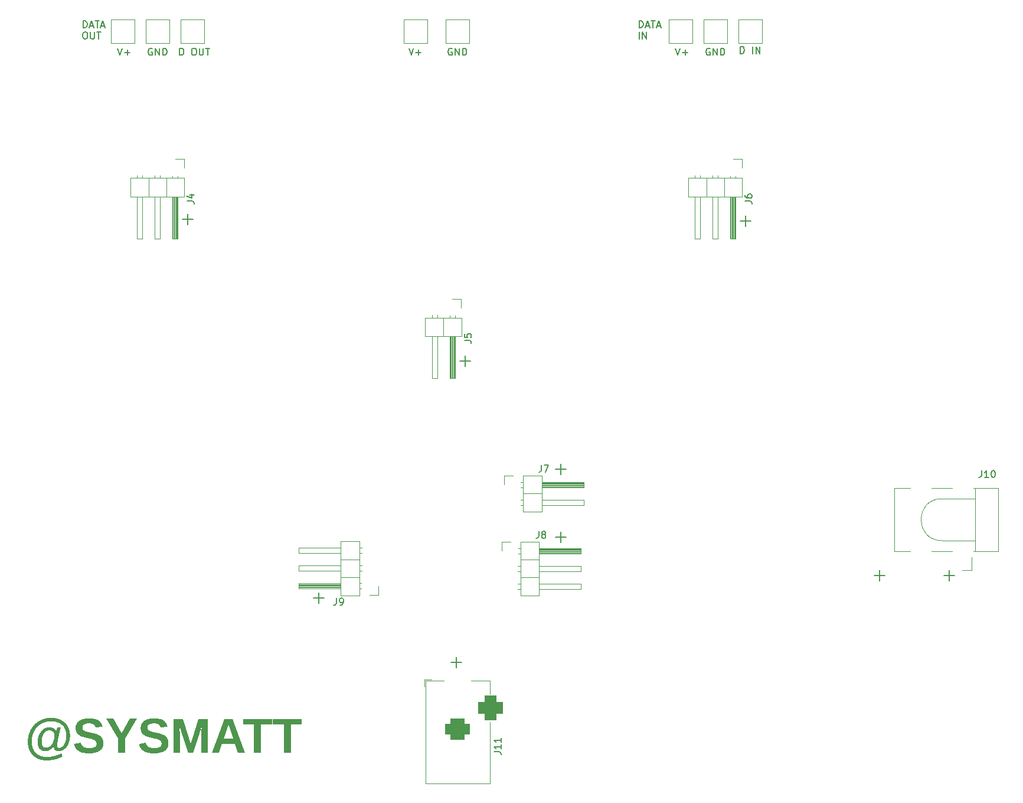
<source format=gto>
G04 #@! TF.GenerationSoftware,KiCad,Pcbnew,7.0.9-1.fc39*
G04 #@! TF.CreationDate,2023-12-18T11:52:58-05:00*
G04 #@! TF.ProjectId,SYSMATT-WS2812-MATRIX-CARRIER,5359534d-4154-4542-9d57-53323831322d,rev?*
G04 #@! TF.SameCoordinates,Original*
G04 #@! TF.FileFunction,Legend,Top*
G04 #@! TF.FilePolarity,Positive*
%FSLAX46Y46*%
G04 Gerber Fmt 4.6, Leading zero omitted, Abs format (unit mm)*
G04 Created by KiCad (PCBNEW 7.0.9-1.fc39) date 2023-12-18 11:52:58*
%MOMM*%
%LPD*%
G01*
G04 APERTURE LIST*
G04 Aperture macros list*
%AMRoundRect*
0 Rectangle with rounded corners*
0 $1 Rounding radius*
0 $2 $3 $4 $5 $6 $7 $8 $9 X,Y pos of 4 corners*
0 Add a 4 corners polygon primitive as box body*
4,1,4,$2,$3,$4,$5,$6,$7,$8,$9,$2,$3,0*
0 Add four circle primitives for the rounded corners*
1,1,$1+$1,$2,$3*
1,1,$1+$1,$4,$5*
1,1,$1+$1,$6,$7*
1,1,$1+$1,$8,$9*
0 Add four rect primitives between the rounded corners*
20,1,$1+$1,$2,$3,$4,$5,0*
20,1,$1+$1,$4,$5,$6,$7,0*
20,1,$1+$1,$6,$7,$8,$9,0*
20,1,$1+$1,$8,$9,$2,$3,0*%
G04 Aperture macros list end*
%ADD10C,1.000000*%
%ADD11C,0.150000*%
%ADD12C,0.120000*%
%ADD13R,3.500000X3.500000*%
%ADD14RoundRect,0.750000X1.000000X-0.750000X1.000000X0.750000X-1.000000X0.750000X-1.000000X-0.750000X0*%
%ADD15RoundRect,0.875000X0.875000X-0.875000X0.875000X0.875000X-0.875000X0.875000X-0.875000X-0.875000X0*%
%ADD16C,2.000000*%
%ADD17O,1.500000X2.000000*%
%ADD18R,2.000000X3.000000*%
%ADD19R,1.700000X1.700000*%
%ADD20O,1.700000X1.700000*%
%ADD21C,12.800000*%
%ADD22R,3.000000X3.000000*%
%ADD23C,8.600000*%
%ADD24C,10.600000*%
G04 APERTURE END LIST*
D10*
G36*
X44802336Y-171398211D02*
G01*
X44853884Y-171399127D01*
X44904994Y-171400654D01*
X44955665Y-171402791D01*
X45005897Y-171405539D01*
X45055690Y-171408897D01*
X45105044Y-171412866D01*
X45153960Y-171417445D01*
X45250474Y-171428436D01*
X45345232Y-171441870D01*
X45438235Y-171457745D01*
X45529483Y-171476064D01*
X45618975Y-171496824D01*
X45706712Y-171520027D01*
X45792693Y-171545673D01*
X45876919Y-171573761D01*
X45959389Y-171604291D01*
X46040103Y-171637264D01*
X46119062Y-171672679D01*
X46196266Y-171710537D01*
X46271609Y-171750622D01*
X46344682Y-171792721D01*
X46415484Y-171836832D01*
X46484015Y-171882957D01*
X46550275Y-171931095D01*
X46614265Y-171981246D01*
X46675984Y-172033410D01*
X46735432Y-172087587D01*
X46792610Y-172143777D01*
X46847517Y-172201980D01*
X46900153Y-172262197D01*
X46950519Y-172324426D01*
X46998613Y-172388669D01*
X47044438Y-172454924D01*
X47087991Y-172523193D01*
X47129274Y-172593475D01*
X47168167Y-172665474D01*
X47204550Y-172738895D01*
X47238425Y-172813737D01*
X47269790Y-172890001D01*
X47298646Y-172967686D01*
X47324992Y-173046793D01*
X47348830Y-173127322D01*
X47370158Y-173209272D01*
X47388977Y-173292644D01*
X47405287Y-173377437D01*
X47419088Y-173463652D01*
X47430379Y-173551288D01*
X47439162Y-173640346D01*
X47445435Y-173730826D01*
X47449198Y-173822727D01*
X47450453Y-173916050D01*
X47449599Y-173994236D01*
X47447038Y-174071564D01*
X47442768Y-174148033D01*
X47436791Y-174223643D01*
X47429106Y-174298395D01*
X47419713Y-174372288D01*
X47408612Y-174445322D01*
X47395804Y-174517498D01*
X47381288Y-174588815D01*
X47365064Y-174659273D01*
X47347132Y-174728873D01*
X47327492Y-174797614D01*
X47306145Y-174865496D01*
X47283089Y-174932520D01*
X47258327Y-174998685D01*
X47231856Y-175063991D01*
X47204030Y-175127833D01*
X47174898Y-175189910D01*
X47144458Y-175250222D01*
X47112711Y-175308768D01*
X47079657Y-175365550D01*
X47045296Y-175420567D01*
X47009628Y-175473818D01*
X46972653Y-175525305D01*
X46934371Y-175575026D01*
X46894782Y-175622983D01*
X46853885Y-175669174D01*
X46811682Y-175713601D01*
X46768171Y-175756262D01*
X46723354Y-175797159D01*
X46677229Y-175836290D01*
X46629797Y-175873656D01*
X46581469Y-175909000D01*
X46532653Y-175942063D01*
X46483352Y-175972846D01*
X46433563Y-176001349D01*
X46383288Y-176027572D01*
X46332527Y-176051515D01*
X46281279Y-176073177D01*
X46229544Y-176092559D01*
X46177323Y-176109661D01*
X46124615Y-176124482D01*
X46071421Y-176137023D01*
X46017740Y-176147284D01*
X45963572Y-176155265D01*
X45908918Y-176160966D01*
X45853777Y-176164386D01*
X45798150Y-176165526D01*
X45740133Y-176164153D01*
X45684692Y-176160031D01*
X45631827Y-176153162D01*
X45581537Y-176143545D01*
X45533824Y-176131180D01*
X45474214Y-176110419D01*
X45419183Y-176084774D01*
X45368731Y-176054243D01*
X45322859Y-176018828D01*
X45312107Y-176009211D01*
X45272322Y-175968224D01*
X45237842Y-175923421D01*
X45208666Y-175874801D01*
X45184795Y-175822365D01*
X45166229Y-175766113D01*
X45152967Y-175706045D01*
X45145011Y-175642160D01*
X45142524Y-175591742D01*
X45142358Y-175574459D01*
X45143352Y-175520062D01*
X45146332Y-175468003D01*
X45151299Y-175418282D01*
X45159409Y-175364319D01*
X45163119Y-175344870D01*
X45142358Y-175344870D01*
X45120186Y-175389397D01*
X45096715Y-175432912D01*
X45071948Y-175475416D01*
X45045882Y-175516909D01*
X45018519Y-175557390D01*
X44975042Y-175616216D01*
X44928646Y-175672766D01*
X44896093Y-175709202D01*
X44862242Y-175744627D01*
X44827094Y-175779041D01*
X44790648Y-175812443D01*
X44752905Y-175844834D01*
X44713865Y-175876213D01*
X44673526Y-175906581D01*
X44631891Y-175935938D01*
X44589544Y-175963740D01*
X44547073Y-175989748D01*
X44504479Y-176013962D01*
X44440354Y-176046921D01*
X44375951Y-176075843D01*
X44311268Y-176100730D01*
X44246307Y-176121582D01*
X44181066Y-176138397D01*
X44115546Y-176151177D01*
X44049747Y-176159921D01*
X43983669Y-176164630D01*
X43939462Y-176165526D01*
X43873082Y-176164162D01*
X43808582Y-176160069D01*
X43745962Y-176153247D01*
X43685221Y-176143697D01*
X43626359Y-176131418D01*
X43569377Y-176116411D01*
X43514274Y-176098674D01*
X43461051Y-176078210D01*
X43409708Y-176055016D01*
X43360244Y-176029094D01*
X43312660Y-176000443D01*
X43266955Y-175969064D01*
X43223129Y-175934955D01*
X43181184Y-175898119D01*
X43141117Y-175858553D01*
X43102930Y-175816259D01*
X43066995Y-175771365D01*
X43033378Y-175724305D01*
X43002080Y-175675080D01*
X42973100Y-175623689D01*
X42946438Y-175570132D01*
X42922095Y-175514409D01*
X42900071Y-175456521D01*
X42880364Y-175396467D01*
X42862976Y-175334247D01*
X42847907Y-175269861D01*
X42835155Y-175203310D01*
X42824723Y-175134593D01*
X42816608Y-175063710D01*
X42810812Y-174990661D01*
X42807335Y-174915447D01*
X42806175Y-174838066D01*
X42806265Y-174830739D01*
X43376482Y-174830739D01*
X43377942Y-174903239D01*
X43382321Y-174972820D01*
X43389620Y-175039481D01*
X43399838Y-175103223D01*
X43412976Y-175164045D01*
X43429033Y-175221948D01*
X43448009Y-175276931D01*
X43469905Y-175328995D01*
X43494721Y-175378139D01*
X43522456Y-175424364D01*
X43542568Y-175453558D01*
X43575483Y-175494152D01*
X43611490Y-175530753D01*
X43650588Y-175563360D01*
X43692777Y-175591975D01*
X43738057Y-175616598D01*
X43786429Y-175637227D01*
X43837891Y-175653864D01*
X43892445Y-175666508D01*
X43950091Y-175675159D01*
X44010827Y-175679817D01*
X44053035Y-175680704D01*
X44109612Y-175678434D01*
X44165768Y-175671622D01*
X44221505Y-175660268D01*
X44276823Y-175644373D01*
X44331720Y-175623937D01*
X44386198Y-175598959D01*
X44440255Y-175569440D01*
X44493893Y-175535380D01*
X44533786Y-175507004D01*
X44572862Y-175476375D01*
X44611123Y-175443492D01*
X44648568Y-175408354D01*
X44685197Y-175370963D01*
X44721011Y-175331318D01*
X44756008Y-175289418D01*
X44790191Y-175245265D01*
X44823557Y-175198858D01*
X44856107Y-175150196D01*
X44877355Y-175116503D01*
X44908267Y-175064318D01*
X44937805Y-175010802D01*
X44965969Y-174955954D01*
X44992759Y-174899776D01*
X45018176Y-174842267D01*
X45042219Y-174783427D01*
X45064887Y-174723256D01*
X45086182Y-174661754D01*
X45106103Y-174598921D01*
X45124651Y-174534757D01*
X45136252Y-174491242D01*
X45152620Y-174426781D01*
X45167379Y-174364832D01*
X45180527Y-174305394D01*
X45192065Y-174248468D01*
X45201994Y-174194054D01*
X45210312Y-174142151D01*
X45217020Y-174092760D01*
X45223460Y-174030812D01*
X45227038Y-173973329D01*
X45227843Y-173933147D01*
X45226040Y-173872625D01*
X45220630Y-173814250D01*
X45211614Y-173758022D01*
X45198992Y-173703940D01*
X45182763Y-173652005D01*
X45162928Y-173602217D01*
X45139486Y-173554575D01*
X45112438Y-173509080D01*
X45081784Y-173465732D01*
X45047523Y-173424530D01*
X45022679Y-173398255D01*
X44983399Y-173361153D01*
X44942036Y-173327701D01*
X44898591Y-173297898D01*
X44853064Y-173271745D01*
X44805455Y-173249241D01*
X44755763Y-173230386D01*
X44703989Y-173215180D01*
X44650133Y-173203624D01*
X44594194Y-173195717D01*
X44536173Y-173191459D01*
X44496336Y-173190648D01*
X44436465Y-173192548D01*
X44377754Y-173198248D01*
X44320202Y-173207747D01*
X44263809Y-173221045D01*
X44208575Y-173238143D01*
X44154501Y-173259041D01*
X44101586Y-173283739D01*
X44049829Y-173312236D01*
X43999232Y-173344532D01*
X43949795Y-173380628D01*
X43917480Y-173406803D01*
X43870393Y-173448910D01*
X43825302Y-173494173D01*
X43782208Y-173542591D01*
X43741110Y-173594164D01*
X43702009Y-173648894D01*
X43664904Y-173706778D01*
X43629795Y-173767819D01*
X43596683Y-173832015D01*
X43575717Y-173876565D01*
X43555638Y-173922518D01*
X43536447Y-173969874D01*
X43518143Y-174018632D01*
X43500989Y-174068029D01*
X43484941Y-174117607D01*
X43470001Y-174167367D01*
X43456167Y-174217308D01*
X43443439Y-174267430D01*
X43431819Y-174317734D01*
X43421305Y-174368219D01*
X43411898Y-174418885D01*
X43403597Y-174469732D01*
X43396403Y-174520761D01*
X43390316Y-174571971D01*
X43385336Y-174623362D01*
X43381463Y-174674934D01*
X43378696Y-174726688D01*
X43377036Y-174778623D01*
X43376482Y-174830739D01*
X42806265Y-174830739D01*
X42807039Y-174767966D01*
X42809629Y-174698409D01*
X42813946Y-174629396D01*
X42819990Y-174560927D01*
X42827761Y-174493002D01*
X42837259Y-174425620D01*
X42848484Y-174358783D01*
X42861435Y-174292489D01*
X42876114Y-174226739D01*
X42892519Y-174161533D01*
X42910651Y-174096871D01*
X42930510Y-174032752D01*
X42952096Y-173969177D01*
X42975409Y-173906146D01*
X43000449Y-173843659D01*
X43027215Y-173781716D01*
X43055666Y-173720875D01*
X43085452Y-173661694D01*
X43116574Y-173604173D01*
X43149031Y-173548312D01*
X43182825Y-173494111D01*
X43217954Y-173441570D01*
X43254418Y-173390689D01*
X43292219Y-173341468D01*
X43331355Y-173293908D01*
X43371827Y-173248007D01*
X43413634Y-173203767D01*
X43456777Y-173161187D01*
X43501256Y-173120266D01*
X43547071Y-173081006D01*
X43594221Y-173043406D01*
X43642707Y-173007466D01*
X43692228Y-172973454D01*
X43742484Y-172941635D01*
X43793475Y-172912011D01*
X43845200Y-172884582D01*
X43897659Y-172859346D01*
X43950854Y-172836306D01*
X44004783Y-172815459D01*
X44059446Y-172796807D01*
X44114845Y-172780349D01*
X44170978Y-172766086D01*
X44227845Y-172754017D01*
X44285447Y-172744142D01*
X44343784Y-172736462D01*
X44402856Y-172730976D01*
X44462662Y-172727684D01*
X44523203Y-172726587D01*
X44605315Y-172728920D01*
X44684040Y-172735918D01*
X44759379Y-172747581D01*
X44831330Y-172763910D01*
X44899895Y-172784905D01*
X44965072Y-172810565D01*
X45026863Y-172840890D01*
X45085266Y-172875881D01*
X45140283Y-172915537D01*
X45191913Y-172959858D01*
X45240156Y-173008845D01*
X45285011Y-173062497D01*
X45326480Y-173120815D01*
X45364562Y-173183798D01*
X45399257Y-173251447D01*
X45430565Y-173323761D01*
X45451325Y-173323761D01*
X45584438Y-172804745D01*
X46120551Y-172804745D01*
X45718771Y-174549860D01*
X45703392Y-174622646D01*
X45689004Y-174692628D01*
X45675609Y-174759804D01*
X45663206Y-174824175D01*
X45651795Y-174885742D01*
X45641377Y-174944503D01*
X45631951Y-175000459D01*
X45623517Y-175053611D01*
X45616075Y-175103957D01*
X45606773Y-175174218D01*
X45599703Y-175238167D01*
X45594866Y-175295805D01*
X45592261Y-175347132D01*
X45591765Y-175377843D01*
X45593733Y-175429238D01*
X45601289Y-175484536D01*
X45614513Y-175532879D01*
X45637103Y-175580488D01*
X45672365Y-175623307D01*
X45714268Y-175654830D01*
X45759377Y-175677346D01*
X45807691Y-175690856D01*
X45859211Y-175695359D01*
X45910516Y-175693244D01*
X45961392Y-175686901D01*
X46011839Y-175676329D01*
X46061856Y-175661527D01*
X46111444Y-175642497D01*
X46160603Y-175619238D01*
X46209332Y-175591750D01*
X46257632Y-175560033D01*
X46305503Y-175524087D01*
X46352944Y-175483912D01*
X46384333Y-175454780D01*
X46430569Y-175408244D01*
X46474937Y-175358852D01*
X46517437Y-175306606D01*
X46558070Y-175251505D01*
X46596835Y-175193548D01*
X46633733Y-175132737D01*
X46668763Y-175069070D01*
X46691078Y-175025040D01*
X46712564Y-174979740D01*
X46733220Y-174933172D01*
X46753046Y-174885335D01*
X46772041Y-174836229D01*
X46781228Y-174811200D01*
X46798973Y-174760505D01*
X46815574Y-174709171D01*
X46831030Y-174657198D01*
X46845341Y-174604586D01*
X46858508Y-174551334D01*
X46870529Y-174497443D01*
X46881405Y-174442913D01*
X46891137Y-174387744D01*
X46899724Y-174331935D01*
X46907165Y-174275487D01*
X46913462Y-174218400D01*
X46918614Y-174160674D01*
X46922621Y-174102309D01*
X46925484Y-174043304D01*
X46927201Y-173983660D01*
X46927773Y-173923377D01*
X46926748Y-173848358D01*
X46923671Y-173774427D01*
X46918543Y-173701584D01*
X46911363Y-173629828D01*
X46902133Y-173559159D01*
X46890851Y-173489579D01*
X46877518Y-173421086D01*
X46862133Y-173353681D01*
X46844697Y-173287363D01*
X46825210Y-173222133D01*
X46803672Y-173157991D01*
X46780083Y-173094936D01*
X46754442Y-173032969D01*
X46726750Y-172972089D01*
X46697007Y-172912298D01*
X46665212Y-172853593D01*
X46631486Y-172796263D01*
X46595947Y-172740593D01*
X46558595Y-172686583D01*
X46519430Y-172634233D01*
X46478452Y-172583543D01*
X46435662Y-172534513D01*
X46391059Y-172487143D01*
X46344644Y-172441434D01*
X46296415Y-172397384D01*
X46246374Y-172354994D01*
X46194520Y-172314265D01*
X46140853Y-172275196D01*
X46085374Y-172237787D01*
X46028082Y-172202037D01*
X45968977Y-172167948D01*
X45908060Y-172135519D01*
X45845606Y-172104908D01*
X45781893Y-172076271D01*
X45716920Y-172049610D01*
X45650689Y-172024923D01*
X45583197Y-172002211D01*
X45514447Y-171981475D01*
X45444437Y-171962713D01*
X45373168Y-171945926D01*
X45300639Y-171931114D01*
X45226851Y-171918277D01*
X45151804Y-171907415D01*
X45075497Y-171898528D01*
X44997931Y-171891615D01*
X44919105Y-171886678D01*
X44839020Y-171883716D01*
X44757676Y-171882728D01*
X44706347Y-171883080D01*
X44655399Y-171884135D01*
X44604833Y-171885894D01*
X44554649Y-171888357D01*
X44504846Y-171891523D01*
X44455425Y-171895393D01*
X44406386Y-171899967D01*
X44357728Y-171905244D01*
X44261557Y-171917910D01*
X44166913Y-171933389D01*
X44073796Y-171951684D01*
X43982205Y-171972793D01*
X43892140Y-171996716D01*
X43803602Y-172023454D01*
X43716591Y-172053006D01*
X43631106Y-172085373D01*
X43547147Y-172120555D01*
X43464715Y-172158551D01*
X43383810Y-172199361D01*
X43304431Y-172242986D01*
X43227017Y-172289116D01*
X43151703Y-172337745D01*
X43078487Y-172388874D01*
X43007370Y-172442502D01*
X42938353Y-172498630D01*
X42871434Y-172557258D01*
X42806614Y-172618386D01*
X42743893Y-172682013D01*
X42683272Y-172748140D01*
X42624749Y-172816766D01*
X42568325Y-172887892D01*
X42514000Y-172961518D01*
X42461774Y-173037644D01*
X42411647Y-173116269D01*
X42363619Y-173197394D01*
X42317690Y-173281018D01*
X42274213Y-173366532D01*
X42233540Y-173453324D01*
X42195673Y-173541395D01*
X42160611Y-173630744D01*
X42128354Y-173721371D01*
X42098901Y-173813277D01*
X42072254Y-173906461D01*
X42048412Y-174000924D01*
X42037543Y-174048635D01*
X42027375Y-174096665D01*
X42017908Y-174145015D01*
X42009142Y-174193685D01*
X42001078Y-174242674D01*
X41993715Y-174291983D01*
X41987053Y-174341612D01*
X41981092Y-174391560D01*
X41975833Y-174441828D01*
X41971275Y-174492415D01*
X41967418Y-174543322D01*
X41964263Y-174594549D01*
X41961808Y-174646095D01*
X41960055Y-174697961D01*
X41959003Y-174750146D01*
X41958653Y-174802651D01*
X41959716Y-174885517D01*
X41962908Y-174967114D01*
X41968227Y-175047443D01*
X41975673Y-175126502D01*
X41985247Y-175204292D01*
X41996949Y-175280814D01*
X42010778Y-175356066D01*
X42026735Y-175430050D01*
X42044820Y-175502765D01*
X42065032Y-175574211D01*
X42087372Y-175644388D01*
X42111839Y-175713295D01*
X42138434Y-175780935D01*
X42167156Y-175847305D01*
X42198006Y-175912406D01*
X42230983Y-175976238D01*
X42266041Y-176038472D01*
X42302825Y-176098779D01*
X42341336Y-176157159D01*
X42381574Y-176213612D01*
X42423539Y-176268137D01*
X42467231Y-176320735D01*
X42512650Y-176371406D01*
X42559795Y-176420150D01*
X42608668Y-176466966D01*
X42659267Y-176511855D01*
X42711593Y-176554817D01*
X42765646Y-176595852D01*
X42821426Y-176634959D01*
X42878933Y-176672139D01*
X42938167Y-176707392D01*
X42999127Y-176740718D01*
X43061619Y-176772069D01*
X43125447Y-176801397D01*
X43190610Y-176828703D01*
X43257109Y-176853986D01*
X43324943Y-176877246D01*
X43394114Y-176898484D01*
X43464620Y-176917699D01*
X43536461Y-176934891D01*
X43609639Y-176950061D01*
X43684152Y-176963208D01*
X43760001Y-176974333D01*
X43837185Y-176983435D01*
X43915706Y-176990514D01*
X43995562Y-176995570D01*
X44076753Y-176998604D01*
X44159281Y-176999616D01*
X44222406Y-176999106D01*
X44285538Y-176997579D01*
X44348677Y-176995033D01*
X44411824Y-176991468D01*
X44474978Y-176986885D01*
X44538139Y-176981283D01*
X44601307Y-176974663D01*
X44664482Y-176967025D01*
X44727664Y-176958368D01*
X44790854Y-176948692D01*
X44854050Y-176937998D01*
X44917254Y-176926286D01*
X44980465Y-176913555D01*
X45043683Y-176899805D01*
X45106908Y-176885037D01*
X45170141Y-176869251D01*
X45233380Y-176852446D01*
X45296627Y-176834623D01*
X45359881Y-176815781D01*
X45423142Y-176795921D01*
X45486410Y-176775042D01*
X45549686Y-176753145D01*
X45612968Y-176730229D01*
X45676258Y-176706295D01*
X45739555Y-176681343D01*
X45802859Y-176655372D01*
X45866170Y-176628382D01*
X45929488Y-176600374D01*
X45992813Y-176571348D01*
X46056146Y-176541303D01*
X46119486Y-176510239D01*
X46182833Y-176478157D01*
X46395324Y-176892149D01*
X46323368Y-176931881D01*
X46251602Y-176970173D01*
X46180028Y-177007024D01*
X46108644Y-177042435D01*
X46037451Y-177076404D01*
X45966449Y-177108933D01*
X45895637Y-177140022D01*
X45825017Y-177169670D01*
X45754587Y-177197877D01*
X45684348Y-177224643D01*
X45614300Y-177249969D01*
X45544443Y-177273855D01*
X45474777Y-177296299D01*
X45405301Y-177317303D01*
X45336016Y-177336866D01*
X45266922Y-177354989D01*
X45197962Y-177371848D01*
X45128772Y-177387618D01*
X45059354Y-177402302D01*
X44989706Y-177415897D01*
X44919830Y-177428405D01*
X44849725Y-177439825D01*
X44779390Y-177450158D01*
X44708827Y-177459403D01*
X44638035Y-177467560D01*
X44567014Y-177474630D01*
X44495763Y-177480612D01*
X44424284Y-177485506D01*
X44352576Y-177489313D01*
X44280639Y-177492032D01*
X44208473Y-177493664D01*
X44136078Y-177494207D01*
X44085587Y-177493888D01*
X44035475Y-177492929D01*
X43985743Y-177491331D01*
X43936390Y-177489094D01*
X43887416Y-177486217D01*
X43790606Y-177478546D01*
X43695314Y-177468319D01*
X43601538Y-177455534D01*
X43509279Y-177440193D01*
X43418537Y-177422294D01*
X43329312Y-177401839D01*
X43241604Y-177378827D01*
X43155413Y-177353257D01*
X43070739Y-177325131D01*
X42987582Y-177294448D01*
X42905942Y-177261208D01*
X42825819Y-177225412D01*
X42747212Y-177187058D01*
X42708478Y-177166922D01*
X42632448Y-177124871D01*
X42558536Y-177080540D01*
X42486742Y-177033929D01*
X42417066Y-176985037D01*
X42349508Y-176933866D01*
X42284068Y-176880414D01*
X42220746Y-176824682D01*
X42159542Y-176766669D01*
X42100457Y-176706376D01*
X42043489Y-176643803D01*
X41988639Y-176578950D01*
X41935908Y-176511817D01*
X41885294Y-176442403D01*
X41836798Y-176370709D01*
X41790421Y-176296735D01*
X41746161Y-176220481D01*
X41704459Y-176142385D01*
X41665447Y-176062887D01*
X41629125Y-175981986D01*
X41595494Y-175899683D01*
X41564553Y-175815978D01*
X41536303Y-175730870D01*
X41510744Y-175644359D01*
X41487875Y-175556446D01*
X41467696Y-175467130D01*
X41450208Y-175376412D01*
X41435410Y-175284291D01*
X41423303Y-175190768D01*
X41413886Y-175095843D01*
X41407160Y-174999515D01*
X41403124Y-174901784D01*
X41402115Y-174852393D01*
X41401779Y-174802651D01*
X41402204Y-174742155D01*
X41403477Y-174682023D01*
X41405600Y-174622256D01*
X41408572Y-174562854D01*
X41412393Y-174503818D01*
X41417063Y-174445146D01*
X41422583Y-174386839D01*
X41428951Y-174328896D01*
X41436169Y-174271319D01*
X41444235Y-174214107D01*
X41453151Y-174157260D01*
X41462916Y-174100777D01*
X41473530Y-174044660D01*
X41484993Y-173988908D01*
X41497306Y-173933520D01*
X41510467Y-173878497D01*
X41524478Y-173823840D01*
X41539337Y-173769547D01*
X41555046Y-173715619D01*
X41571604Y-173662056D01*
X41589011Y-173608858D01*
X41607267Y-173556025D01*
X41626373Y-173503557D01*
X41646327Y-173451454D01*
X41667131Y-173399716D01*
X41688783Y-173348343D01*
X41711285Y-173297334D01*
X41734636Y-173246691D01*
X41758836Y-173196412D01*
X41783885Y-173146499D01*
X41809784Y-173096950D01*
X41836531Y-173047766D01*
X41864026Y-172999034D01*
X41892168Y-172950990D01*
X41920956Y-172903636D01*
X41950390Y-172856971D01*
X41980471Y-172810995D01*
X42011198Y-172765709D01*
X42042572Y-172721112D01*
X42074592Y-172677204D01*
X42107258Y-172633986D01*
X42140571Y-172591457D01*
X42174530Y-172549617D01*
X42209135Y-172508467D01*
X42244387Y-172468006D01*
X42280285Y-172428234D01*
X42316830Y-172389152D01*
X42354021Y-172350758D01*
X42391858Y-172313055D01*
X42430342Y-172276040D01*
X42469472Y-172239715D01*
X42509249Y-172204079D01*
X42549671Y-172169133D01*
X42590741Y-172134875D01*
X42632456Y-172101308D01*
X42674818Y-172068429D01*
X42717827Y-172036240D01*
X42761482Y-172004740D01*
X42805783Y-171973929D01*
X42850731Y-171943808D01*
X42896325Y-171914376D01*
X42942565Y-171885633D01*
X42989452Y-171857580D01*
X43036985Y-171830216D01*
X43085019Y-171803619D01*
X43133408Y-171777866D01*
X43182153Y-171752957D01*
X43231253Y-171728893D01*
X43280709Y-171705673D01*
X43330520Y-171683298D01*
X43380686Y-171661767D01*
X43431208Y-171641080D01*
X43482085Y-171621238D01*
X43533318Y-171602240D01*
X43584906Y-171584086D01*
X43636849Y-171566777D01*
X43689148Y-171550312D01*
X43741802Y-171534692D01*
X43794811Y-171519915D01*
X43848176Y-171505983D01*
X43901897Y-171492896D01*
X43955972Y-171480653D01*
X44010404Y-171469254D01*
X44065190Y-171458700D01*
X44120332Y-171448989D01*
X44175829Y-171440124D01*
X44231682Y-171432102D01*
X44287890Y-171424925D01*
X44344453Y-171418593D01*
X44401372Y-171413104D01*
X44458646Y-171408460D01*
X44516276Y-171404661D01*
X44574261Y-171401706D01*
X44632601Y-171399595D01*
X44691297Y-171398328D01*
X44750348Y-171397906D01*
X44802336Y-171398211D01*
G37*
G36*
X52241277Y-175009036D02*
G01*
X52239216Y-175096878D01*
X52233033Y-175182105D01*
X52222729Y-175264719D01*
X52208304Y-175344718D01*
X52189757Y-175422103D01*
X52167088Y-175496873D01*
X52140297Y-175569030D01*
X52109385Y-175638572D01*
X52074352Y-175705501D01*
X52035197Y-175769815D01*
X51991920Y-175831515D01*
X51944521Y-175890601D01*
X51893002Y-175947072D01*
X51837360Y-176000930D01*
X51777597Y-176052173D01*
X51713712Y-176100802D01*
X51645987Y-176146497D01*
X51574398Y-176189245D01*
X51498945Y-176229044D01*
X51419628Y-176265895D01*
X51336447Y-176299798D01*
X51249403Y-176330753D01*
X51158494Y-176358760D01*
X51063721Y-176383818D01*
X51014885Y-176395242D01*
X50965084Y-176405929D01*
X50914316Y-176415879D01*
X50862583Y-176425092D01*
X50809883Y-176433567D01*
X50756218Y-176441306D01*
X50701587Y-176448308D01*
X50645989Y-176454573D01*
X50589426Y-176460100D01*
X50531896Y-176464891D01*
X50473401Y-176468944D01*
X50413939Y-176472261D01*
X50353512Y-176474841D01*
X50292118Y-176476683D01*
X50229759Y-176477789D01*
X50166434Y-176478157D01*
X50108666Y-176477836D01*
X50051682Y-176476874D01*
X49995484Y-176475270D01*
X49940070Y-176473024D01*
X49885441Y-176470137D01*
X49831597Y-176466608D01*
X49778537Y-176462438D01*
X49726262Y-176457626D01*
X49674772Y-176452172D01*
X49624067Y-176446076D01*
X49574146Y-176439340D01*
X49525010Y-176431961D01*
X49476659Y-176423941D01*
X49382310Y-176405976D01*
X49291101Y-176385444D01*
X49203030Y-176362346D01*
X49118099Y-176336681D01*
X49036306Y-176308450D01*
X48957652Y-176277653D01*
X48882137Y-176244289D01*
X48809761Y-176208358D01*
X48740524Y-176169861D01*
X48707083Y-176149651D01*
X48642458Y-176107266D01*
X48580782Y-176062238D01*
X48522054Y-176014568D01*
X48466274Y-175964255D01*
X48413443Y-175911299D01*
X48363559Y-175855700D01*
X48316623Y-175797459D01*
X48272636Y-175736575D01*
X48231596Y-175673048D01*
X48193505Y-175606878D01*
X48158361Y-175538066D01*
X48126166Y-175466610D01*
X48096919Y-175392512D01*
X48070620Y-175315771D01*
X48047269Y-175236387D01*
X48026866Y-175154361D01*
X49006280Y-174993161D01*
X49026709Y-175062766D01*
X49050444Y-175128701D01*
X49077485Y-175190965D01*
X49107832Y-175249558D01*
X49141484Y-175304481D01*
X49178443Y-175355733D01*
X49218707Y-175403313D01*
X49262277Y-175447223D01*
X49309153Y-175487463D01*
X49359335Y-175524031D01*
X49394626Y-175546371D01*
X49450629Y-175577143D01*
X49510560Y-175604889D01*
X49574420Y-175629608D01*
X49642208Y-175651300D01*
X49689583Y-175664080D01*
X49738703Y-175675514D01*
X49789570Y-175685603D01*
X49842182Y-175694348D01*
X49896540Y-175701746D01*
X49952645Y-175707800D01*
X50010495Y-175712508D01*
X50070091Y-175715871D01*
X50131433Y-175717889D01*
X50194521Y-175718562D01*
X50259812Y-175717926D01*
X50323030Y-175716019D01*
X50384176Y-175712841D01*
X50443248Y-175708392D01*
X50500248Y-175702671D01*
X50555176Y-175695679D01*
X50608030Y-175687415D01*
X50658812Y-175677880D01*
X50707521Y-175667074D01*
X50798721Y-175641648D01*
X50881630Y-175611137D01*
X50956248Y-175575540D01*
X51022575Y-175534859D01*
X51080611Y-175489092D01*
X51130357Y-175438240D01*
X51171811Y-175382302D01*
X51204975Y-175321280D01*
X51229848Y-175255172D01*
X51246429Y-175183979D01*
X51254720Y-175107701D01*
X51255757Y-175067655D01*
X51253849Y-175016898D01*
X51246097Y-174956672D01*
X51232382Y-174900024D01*
X51212704Y-174846954D01*
X51187063Y-174797461D01*
X51155460Y-174751546D01*
X51133635Y-174725715D01*
X51093057Y-174684839D01*
X51047649Y-174646169D01*
X51007845Y-174616822D01*
X50964950Y-174588886D01*
X50918964Y-174562363D01*
X50869886Y-174537252D01*
X50817718Y-174513553D01*
X50790474Y-174502233D01*
X50728841Y-174479068D01*
X50674251Y-174460943D01*
X50612492Y-174442174D01*
X50543562Y-174422761D01*
X50493626Y-174409461D01*
X50440503Y-174395875D01*
X50384194Y-174382003D01*
X50324698Y-174367844D01*
X50262015Y-174353399D01*
X50196146Y-174338669D01*
X50127090Y-174323651D01*
X50054847Y-174308348D01*
X49979418Y-174292759D01*
X49940509Y-174284856D01*
X49874015Y-174269028D01*
X49810087Y-174253601D01*
X49748726Y-174238574D01*
X49689931Y-174223948D01*
X49633703Y-174209723D01*
X49580041Y-174195899D01*
X49528945Y-174182475D01*
X49480416Y-174169452D01*
X49412435Y-174150668D01*
X49350228Y-174132787D01*
X49293796Y-174115807D01*
X49243138Y-174099728D01*
X49184577Y-174079692D01*
X49132084Y-174059733D01*
X49080850Y-174038934D01*
X49030876Y-174017296D01*
X48982161Y-173994818D01*
X48934705Y-173971501D01*
X48888509Y-173947343D01*
X48843572Y-173922347D01*
X48799895Y-173896510D01*
X48757935Y-173869586D01*
X48717539Y-173841327D01*
X48669245Y-173804124D01*
X48623396Y-173764834D01*
X48579992Y-173723457D01*
X48539032Y-173679993D01*
X48508025Y-173643719D01*
X48471907Y-173595908D01*
X48438353Y-173545592D01*
X48413357Y-173503537D01*
X48390001Y-173459879D01*
X48368286Y-173414617D01*
X48348213Y-173367753D01*
X48329780Y-173319286D01*
X48321179Y-173294452D01*
X48305437Y-173243466D01*
X48291793Y-173190648D01*
X48280249Y-173135999D01*
X48270804Y-173079518D01*
X48263457Y-173021205D01*
X48258210Y-172961060D01*
X48255062Y-172899084D01*
X48254012Y-172835275D01*
X48255935Y-172754198D01*
X48261702Y-172675525D01*
X48271314Y-172599256D01*
X48284771Y-172525392D01*
X48302074Y-172453932D01*
X48323221Y-172384876D01*
X48348213Y-172318224D01*
X48377049Y-172253977D01*
X48409731Y-172192134D01*
X48446258Y-172132695D01*
X48486630Y-172075661D01*
X48530846Y-172021031D01*
X48578908Y-171968805D01*
X48630814Y-171918983D01*
X48686565Y-171871565D01*
X48746161Y-171826552D01*
X48809583Y-171784110D01*
X48876507Y-171744406D01*
X48946932Y-171707441D01*
X49020858Y-171673213D01*
X49098286Y-171641724D01*
X49179215Y-171612973D01*
X49263646Y-171586960D01*
X49351578Y-171563686D01*
X49443012Y-171543149D01*
X49537947Y-171525351D01*
X49586728Y-171517479D01*
X49636384Y-171510291D01*
X49686915Y-171503788D01*
X49738322Y-171497969D01*
X49790604Y-171492835D01*
X49843761Y-171488386D01*
X49897794Y-171484621D01*
X49952702Y-171481540D01*
X50008485Y-171479144D01*
X50065144Y-171477433D01*
X50122679Y-171476406D01*
X50181088Y-171476064D01*
X50236827Y-171476336D01*
X50291694Y-171477151D01*
X50345687Y-171478511D01*
X50398808Y-171480414D01*
X50451055Y-171482861D01*
X50502430Y-171485852D01*
X50552931Y-171489387D01*
X50602560Y-171493466D01*
X50651315Y-171498088D01*
X50746207Y-171508965D01*
X50837608Y-171522017D01*
X50925516Y-171537244D01*
X51009932Y-171554646D01*
X51090857Y-171574224D01*
X51168290Y-171595976D01*
X51242230Y-171619905D01*
X51312679Y-171646008D01*
X51379636Y-171674287D01*
X51443101Y-171704741D01*
X51503074Y-171737370D01*
X51531751Y-171754501D01*
X51586978Y-171790574D01*
X51639695Y-171829491D01*
X51689903Y-171871251D01*
X51737602Y-171915853D01*
X51782792Y-171963300D01*
X51825472Y-172013589D01*
X51865643Y-172066721D01*
X51903306Y-172122697D01*
X51938458Y-172181515D01*
X51971102Y-172243177D01*
X52001236Y-172307682D01*
X52028862Y-172375030D01*
X52053978Y-172445221D01*
X52076584Y-172518256D01*
X52096682Y-172594133D01*
X52114270Y-172672854D01*
X51131193Y-172804745D01*
X51115622Y-172749060D01*
X51097304Y-172696038D01*
X51076238Y-172645677D01*
X51052424Y-172597978D01*
X51025863Y-172552941D01*
X50996554Y-172510566D01*
X50964497Y-172470852D01*
X50929692Y-172433801D01*
X50892140Y-172399411D01*
X50851840Y-172367684D01*
X50823447Y-172348011D01*
X50778388Y-172320512D01*
X50729766Y-172295718D01*
X50677581Y-172273629D01*
X50621832Y-172254244D01*
X50562520Y-172237565D01*
X50499644Y-172223590D01*
X50433204Y-172212320D01*
X50363202Y-172203755D01*
X50289635Y-172197894D01*
X50238612Y-172195490D01*
X50186004Y-172194288D01*
X50159106Y-172194138D01*
X50102531Y-172194707D01*
X50047752Y-172196413D01*
X49994768Y-172199257D01*
X49943581Y-172203240D01*
X49894190Y-172208359D01*
X49800796Y-172222012D01*
X49714585Y-172240216D01*
X49635560Y-172262971D01*
X49563718Y-172290276D01*
X49499060Y-172322133D01*
X49441587Y-172358540D01*
X49391298Y-172399498D01*
X49348193Y-172445008D01*
X49312272Y-172495068D01*
X49283535Y-172549679D01*
X49261982Y-172608841D01*
X49247614Y-172672554D01*
X49240430Y-172740818D01*
X49239532Y-172776657D01*
X49241917Y-172834140D01*
X49249073Y-172888283D01*
X49260999Y-172939088D01*
X49277695Y-172986553D01*
X49299162Y-173030679D01*
X49331218Y-173079222D01*
X49337229Y-173086845D01*
X49370055Y-173123762D01*
X49407473Y-173158949D01*
X49449482Y-173192408D01*
X49496082Y-173224136D01*
X49547274Y-173254136D01*
X49591534Y-173276891D01*
X49626657Y-173293230D01*
X49681058Y-173314964D01*
X49729948Y-173332141D01*
X49785772Y-173350069D01*
X49848530Y-173368749D01*
X49918222Y-173388180D01*
X49968535Y-173401551D01*
X50021930Y-173415257D01*
X50078406Y-173429296D01*
X50137964Y-173443669D01*
X50200604Y-173458376D01*
X50266325Y-173473417D01*
X50335128Y-173488792D01*
X50407013Y-173504501D01*
X50492627Y-173523033D01*
X50575140Y-173541385D01*
X50654552Y-173559555D01*
X50730864Y-173577544D01*
X50804074Y-173595352D01*
X50874184Y-173612979D01*
X50941194Y-173630424D01*
X51005102Y-173647688D01*
X51065910Y-173664771D01*
X51123617Y-173681672D01*
X51178224Y-173698392D01*
X51229730Y-173714931D01*
X51278134Y-173731289D01*
X51344928Y-173755485D01*
X51404745Y-173779274D01*
X51459968Y-173803223D01*
X51512980Y-173827903D01*
X51563781Y-173853312D01*
X51612370Y-173879451D01*
X51658749Y-173906321D01*
X51702917Y-173933920D01*
X51744873Y-173962248D01*
X51784619Y-173991307D01*
X51834173Y-174031187D01*
X51879797Y-174072365D01*
X51922463Y-174115222D01*
X51962534Y-174160140D01*
X52000010Y-174207119D01*
X52034891Y-174256158D01*
X52067177Y-174307258D01*
X52096868Y-174360419D01*
X52123964Y-174415641D01*
X52148464Y-174472923D01*
X52170217Y-174532057D01*
X52189070Y-174593442D01*
X52201306Y-174640958D01*
X52211910Y-174689741D01*
X52220883Y-174739791D01*
X52228225Y-174791107D01*
X52233935Y-174843690D01*
X52238014Y-174897539D01*
X52240461Y-174952654D01*
X52241277Y-175009036D01*
G37*
G36*
X55343161Y-174367899D02*
G01*
X55343161Y-176400000D01*
X54333217Y-176400000D01*
X54333217Y-174367899D01*
X52608862Y-171476064D01*
X53671318Y-171476064D01*
X54831472Y-173586322D01*
X56006280Y-171476064D01*
X57067515Y-171476064D01*
X55343161Y-174367899D01*
G37*
G36*
X61571353Y-175009036D02*
G01*
X61569293Y-175096878D01*
X61563110Y-175182105D01*
X61552806Y-175264719D01*
X61538381Y-175344718D01*
X61519833Y-175422103D01*
X61497165Y-175496873D01*
X61470374Y-175569030D01*
X61439462Y-175638572D01*
X61404429Y-175705501D01*
X61365273Y-175769815D01*
X61321997Y-175831515D01*
X61274598Y-175890601D01*
X61223078Y-175947072D01*
X61167437Y-176000930D01*
X61107674Y-176052173D01*
X61043789Y-176100802D01*
X60976064Y-176146497D01*
X60904475Y-176189245D01*
X60829022Y-176229044D01*
X60749705Y-176265895D01*
X60666524Y-176299798D01*
X60579479Y-176330753D01*
X60488570Y-176358760D01*
X60393797Y-176383818D01*
X60344962Y-176395242D01*
X60295161Y-176405929D01*
X60244393Y-176415879D01*
X60192660Y-176425092D01*
X60139960Y-176433567D01*
X60086295Y-176441306D01*
X60031663Y-176448308D01*
X59976066Y-176454573D01*
X59919502Y-176460100D01*
X59861973Y-176464891D01*
X59803478Y-176468944D01*
X59744016Y-176472261D01*
X59683589Y-176474841D01*
X59622195Y-176476683D01*
X59559836Y-176477789D01*
X59496510Y-176478157D01*
X59438742Y-176477836D01*
X59381759Y-176476874D01*
X59325561Y-176475270D01*
X59270147Y-176473024D01*
X59215518Y-176470137D01*
X59161673Y-176466608D01*
X59108614Y-176462438D01*
X59056339Y-176457626D01*
X59004849Y-176452172D01*
X58954143Y-176446076D01*
X58904223Y-176439340D01*
X58855087Y-176431961D01*
X58806735Y-176423941D01*
X58712387Y-176405976D01*
X58621178Y-176385444D01*
X58533107Y-176362346D01*
X58448175Y-176336681D01*
X58366383Y-176308450D01*
X58287729Y-176277653D01*
X58212214Y-176244289D01*
X58139838Y-176208358D01*
X58070601Y-176169861D01*
X58037159Y-176149651D01*
X57972535Y-176107266D01*
X57910859Y-176062238D01*
X57852131Y-176014568D01*
X57796351Y-175964255D01*
X57743519Y-175911299D01*
X57693636Y-175855700D01*
X57646700Y-175797459D01*
X57602712Y-175736575D01*
X57561673Y-175673048D01*
X57523581Y-175606878D01*
X57488438Y-175538066D01*
X57456243Y-175466610D01*
X57426996Y-175392512D01*
X57400697Y-175315771D01*
X57377346Y-175236387D01*
X57356943Y-175154361D01*
X58336357Y-174993161D01*
X58356786Y-175062766D01*
X58380521Y-175128701D01*
X58407562Y-175190965D01*
X58437908Y-175249558D01*
X58471561Y-175304481D01*
X58508519Y-175355733D01*
X58548784Y-175403313D01*
X58592354Y-175447223D01*
X58639230Y-175487463D01*
X58689412Y-175524031D01*
X58724703Y-175546371D01*
X58780706Y-175577143D01*
X58840637Y-175604889D01*
X58904497Y-175629608D01*
X58972285Y-175651300D01*
X59019660Y-175664080D01*
X59068780Y-175675514D01*
X59119646Y-175685603D01*
X59172259Y-175694348D01*
X59226617Y-175701746D01*
X59282721Y-175707800D01*
X59340572Y-175712508D01*
X59400168Y-175715871D01*
X59461510Y-175717889D01*
X59524598Y-175718562D01*
X59589889Y-175717926D01*
X59653107Y-175716019D01*
X59714253Y-175712841D01*
X59773325Y-175708392D01*
X59830325Y-175702671D01*
X59885252Y-175695679D01*
X59938107Y-175687415D01*
X59988889Y-175677880D01*
X60037598Y-175667074D01*
X60128798Y-175641648D01*
X60211707Y-175611137D01*
X60286325Y-175575540D01*
X60352652Y-175534859D01*
X60410688Y-175489092D01*
X60460434Y-175438240D01*
X60501888Y-175382302D01*
X60535052Y-175321280D01*
X60559924Y-175255172D01*
X60576506Y-175183979D01*
X60584797Y-175107701D01*
X60585833Y-175067655D01*
X60583925Y-175016898D01*
X60576173Y-174956672D01*
X60562459Y-174900024D01*
X60542781Y-174846954D01*
X60517140Y-174797461D01*
X60485536Y-174751546D01*
X60463712Y-174725715D01*
X60423134Y-174684839D01*
X60377726Y-174646169D01*
X60337922Y-174616822D01*
X60295027Y-174588886D01*
X60249041Y-174562363D01*
X60199963Y-174537252D01*
X60147794Y-174513553D01*
X60120551Y-174502233D01*
X60058918Y-174479068D01*
X60004328Y-174460943D01*
X59942568Y-174442174D01*
X59873639Y-174422761D01*
X59823703Y-174409461D01*
X59770580Y-174395875D01*
X59714270Y-174382003D01*
X59654774Y-174367844D01*
X59592092Y-174353399D01*
X59526223Y-174338669D01*
X59457167Y-174323651D01*
X59384924Y-174308348D01*
X59309495Y-174292759D01*
X59270586Y-174284856D01*
X59204092Y-174269028D01*
X59140164Y-174253601D01*
X59078803Y-174238574D01*
X59020008Y-174223948D01*
X58963779Y-174209723D01*
X58910118Y-174195899D01*
X58859022Y-174182475D01*
X58810493Y-174169452D01*
X58742512Y-174150668D01*
X58680305Y-174132787D01*
X58623873Y-174115807D01*
X58573215Y-174099728D01*
X58514654Y-174079692D01*
X58462161Y-174059733D01*
X58410927Y-174038934D01*
X58360953Y-174017296D01*
X58312238Y-173994818D01*
X58264782Y-173971501D01*
X58218586Y-173947343D01*
X58173649Y-173922347D01*
X58129972Y-173896510D01*
X58088011Y-173869586D01*
X58047616Y-173841327D01*
X57999322Y-173804124D01*
X57953473Y-173764834D01*
X57910068Y-173723457D01*
X57869109Y-173679993D01*
X57838101Y-173643719D01*
X57801984Y-173595908D01*
X57768430Y-173545592D01*
X57743433Y-173503537D01*
X57720078Y-173459879D01*
X57698363Y-173414617D01*
X57678289Y-173367753D01*
X57659857Y-173319286D01*
X57651256Y-173294452D01*
X57635513Y-173243466D01*
X57621870Y-173190648D01*
X57610326Y-173135999D01*
X57600881Y-173079518D01*
X57593534Y-173021205D01*
X57588287Y-172961060D01*
X57585138Y-172899084D01*
X57584089Y-172835275D01*
X57586011Y-172754198D01*
X57591779Y-172675525D01*
X57601391Y-172599256D01*
X57614848Y-172525392D01*
X57632150Y-172453932D01*
X57653297Y-172384876D01*
X57678289Y-172318224D01*
X57707126Y-172253977D01*
X57739808Y-172192134D01*
X57776335Y-172132695D01*
X57816706Y-172075661D01*
X57860923Y-172021031D01*
X57908984Y-171968805D01*
X57960891Y-171918983D01*
X58016642Y-171871565D01*
X58076238Y-171826552D01*
X58139660Y-171784110D01*
X58206584Y-171744406D01*
X58277009Y-171707441D01*
X58350935Y-171673213D01*
X58428363Y-171641724D01*
X58509292Y-171612973D01*
X58593723Y-171586960D01*
X58681655Y-171563686D01*
X58773089Y-171543149D01*
X58868024Y-171525351D01*
X58916804Y-171517479D01*
X58966460Y-171510291D01*
X59016992Y-171503788D01*
X59068398Y-171497969D01*
X59120680Y-171492835D01*
X59173838Y-171488386D01*
X59227871Y-171484621D01*
X59282779Y-171481540D01*
X59338562Y-171479144D01*
X59395221Y-171477433D01*
X59452755Y-171476406D01*
X59511165Y-171476064D01*
X59566904Y-171476336D01*
X59621771Y-171477151D01*
X59675764Y-171478511D01*
X59728884Y-171480414D01*
X59781132Y-171482861D01*
X59832506Y-171485852D01*
X59883008Y-171489387D01*
X59932636Y-171493466D01*
X59981392Y-171498088D01*
X60076284Y-171508965D01*
X60167684Y-171522017D01*
X60255593Y-171537244D01*
X60340009Y-171554646D01*
X60420934Y-171574224D01*
X60498366Y-171595976D01*
X60572307Y-171619905D01*
X60642756Y-171646008D01*
X60709713Y-171674287D01*
X60773178Y-171704741D01*
X60833151Y-171737370D01*
X60861828Y-171754501D01*
X60917054Y-171790574D01*
X60969772Y-171829491D01*
X61019980Y-171871251D01*
X61067679Y-171915853D01*
X61112868Y-171963300D01*
X61155549Y-172013589D01*
X61195720Y-172066721D01*
X61233382Y-172122697D01*
X61268535Y-172181515D01*
X61301179Y-172243177D01*
X61331313Y-172307682D01*
X61358938Y-172375030D01*
X61384054Y-172445221D01*
X61406661Y-172518256D01*
X61426759Y-172594133D01*
X61444347Y-172672854D01*
X60461270Y-172804745D01*
X60445699Y-172749060D01*
X60427381Y-172696038D01*
X60406315Y-172645677D01*
X60382501Y-172597978D01*
X60355940Y-172552941D01*
X60326631Y-172510566D01*
X60294574Y-172470852D01*
X60259769Y-172433801D01*
X60222217Y-172399411D01*
X60181917Y-172367684D01*
X60153524Y-172348011D01*
X60108465Y-172320512D01*
X60059843Y-172295718D01*
X60007658Y-172273629D01*
X59951909Y-172254244D01*
X59892596Y-172237565D01*
X59829721Y-172223590D01*
X59763281Y-172212320D01*
X59693278Y-172203755D01*
X59619712Y-172197894D01*
X59568688Y-172195490D01*
X59516081Y-172194288D01*
X59489183Y-172194138D01*
X59432608Y-172194707D01*
X59377828Y-172196413D01*
X59324845Y-172199257D01*
X59273658Y-172203240D01*
X59224267Y-172208359D01*
X59130872Y-172222012D01*
X59044662Y-172240216D01*
X58965636Y-172262971D01*
X58893795Y-172290276D01*
X58829137Y-172322133D01*
X58771664Y-172358540D01*
X58721374Y-172399498D01*
X58678269Y-172445008D01*
X58642348Y-172495068D01*
X58613612Y-172549679D01*
X58592059Y-172608841D01*
X58577691Y-172672554D01*
X58570507Y-172740818D01*
X58569609Y-172776657D01*
X58571994Y-172834140D01*
X58579149Y-172888283D01*
X58591075Y-172939088D01*
X58607772Y-172986553D01*
X58629238Y-173030679D01*
X58661295Y-173079222D01*
X58667306Y-173086845D01*
X58700132Y-173123762D01*
X58737550Y-173158949D01*
X58779559Y-173192408D01*
X58826159Y-173224136D01*
X58877351Y-173254136D01*
X58921611Y-173276891D01*
X58956734Y-173293230D01*
X59011135Y-173314964D01*
X59060025Y-173332141D01*
X59115849Y-173350069D01*
X59178607Y-173368749D01*
X59248299Y-173388180D01*
X59298612Y-173401551D01*
X59352006Y-173415257D01*
X59408483Y-173429296D01*
X59468041Y-173443669D01*
X59530680Y-173458376D01*
X59596402Y-173473417D01*
X59665205Y-173488792D01*
X59737090Y-173504501D01*
X59822703Y-173523033D01*
X59905216Y-173541385D01*
X59984629Y-173559555D01*
X60060940Y-173577544D01*
X60134151Y-173595352D01*
X60204261Y-173612979D01*
X60271271Y-173630424D01*
X60335179Y-173647688D01*
X60395987Y-173664771D01*
X60453694Y-173681672D01*
X60508301Y-173698392D01*
X60559806Y-173714931D01*
X60608211Y-173731289D01*
X60675005Y-173755485D01*
X60734822Y-173779274D01*
X60790045Y-173803223D01*
X60843056Y-173827903D01*
X60893857Y-173853312D01*
X60942447Y-173879451D01*
X60988826Y-173906321D01*
X61032993Y-173933920D01*
X61074950Y-173962248D01*
X61114696Y-173991307D01*
X61164250Y-174031187D01*
X61209874Y-174072365D01*
X61252540Y-174115222D01*
X61292611Y-174160140D01*
X61330087Y-174207119D01*
X61364968Y-174256158D01*
X61397254Y-174307258D01*
X61426945Y-174360419D01*
X61454040Y-174415641D01*
X61478541Y-174472923D01*
X61500294Y-174532057D01*
X61519146Y-174593442D01*
X61531382Y-174640958D01*
X61541987Y-174689741D01*
X61550960Y-174739791D01*
X61558302Y-174791107D01*
X61564012Y-174843690D01*
X61568090Y-174897539D01*
X61570538Y-174952654D01*
X61571353Y-175009036D01*
G37*
G36*
X66308443Y-176400000D02*
G01*
X66308443Y-173462979D01*
X66308520Y-173412986D01*
X66308749Y-173363145D01*
X66309130Y-173313457D01*
X66309665Y-173263921D01*
X66311568Y-173203271D01*
X66313934Y-173137173D01*
X66316285Y-173074125D01*
X66319129Y-172999528D01*
X66321299Y-172943381D01*
X66323689Y-172882101D01*
X66326299Y-172815688D01*
X66329128Y-172744142D01*
X66332176Y-172667463D01*
X66335444Y-172585651D01*
X66338931Y-172498707D01*
X66342637Y-172406629D01*
X66327497Y-172463935D01*
X66312608Y-172520145D01*
X66297969Y-172575257D01*
X66283580Y-172629272D01*
X66269442Y-172682189D01*
X66255554Y-172734010D01*
X66241917Y-172784733D01*
X66228530Y-172834359D01*
X66215394Y-172882888D01*
X66202508Y-172930320D01*
X66177487Y-173021892D01*
X66153468Y-173109075D01*
X66130451Y-173191870D01*
X66108436Y-173270275D01*
X66087423Y-173344293D01*
X66067411Y-173413921D01*
X66048401Y-173479160D01*
X66030393Y-173540011D01*
X66013387Y-173596473D01*
X65997382Y-173648547D01*
X65982379Y-173696231D01*
X65109211Y-176400000D01*
X64388695Y-176400000D01*
X63515526Y-173696231D01*
X63147941Y-172406629D01*
X63150495Y-172455944D01*
X63155361Y-172551418D01*
X63159903Y-172642685D01*
X63164120Y-172729744D01*
X63168012Y-172812596D01*
X63171580Y-172891240D01*
X63174824Y-172965677D01*
X63177744Y-173035906D01*
X63180339Y-173101928D01*
X63182610Y-173163742D01*
X63184556Y-173221349D01*
X63186178Y-173274749D01*
X63187475Y-173323941D01*
X63188813Y-173389840D01*
X63189422Y-173446272D01*
X63189462Y-173462979D01*
X63189462Y-176400000D01*
X62289427Y-176400000D01*
X62289427Y-171554221D01*
X63646196Y-171554221D01*
X64512037Y-174264096D01*
X64587752Y-174525436D01*
X64752616Y-175175122D01*
X64968771Y-174398429D01*
X65859036Y-171554221D01*
X67208478Y-171554221D01*
X67208478Y-176400000D01*
X66308443Y-176400000D01*
G37*
G36*
X72541521Y-176400000D02*
G01*
X71538904Y-176400000D01*
X71109036Y-175129937D01*
X69265003Y-175129937D01*
X68835136Y-176400000D01*
X67821528Y-176400000D01*
X68562057Y-174367899D01*
X69490928Y-174367899D01*
X70881891Y-174367899D01*
X70404396Y-172990369D01*
X70256629Y-172527529D01*
X70184577Y-172293056D01*
X70163817Y-172367550D01*
X70150479Y-172414963D01*
X70136110Y-172464694D01*
X70120712Y-172516743D01*
X70104282Y-172571111D01*
X70089804Y-172618189D01*
X70080774Y-172647208D01*
X70061139Y-172708288D01*
X70045526Y-172755329D01*
X70026048Y-172813370D01*
X70002707Y-172882411D01*
X69975502Y-172962453D01*
X69944432Y-173053496D01*
X69927449Y-173103142D01*
X69909499Y-173155539D01*
X69890583Y-173210685D01*
X69870701Y-173268582D01*
X69849854Y-173329229D01*
X69828040Y-173392626D01*
X69805260Y-173458773D01*
X69781515Y-173527670D01*
X69756803Y-173599318D01*
X69731125Y-173673715D01*
X69704481Y-173750863D01*
X69676872Y-173830760D01*
X69648296Y-173913408D01*
X69618754Y-173998806D01*
X69588247Y-174086954D01*
X69556773Y-174177852D01*
X69524333Y-174271501D01*
X69490928Y-174367899D01*
X68562057Y-174367899D01*
X69587404Y-171554221D01*
X70782972Y-171554221D01*
X72541521Y-176400000D01*
G37*
G36*
X74834961Y-172337020D02*
G01*
X74834961Y-176400000D01*
X73821353Y-176400000D01*
X73821353Y-172337020D01*
X72259420Y-172337020D01*
X72259420Y-171554221D01*
X76401779Y-171554221D01*
X76401779Y-172337020D01*
X74834961Y-172337020D01*
G37*
G36*
X79109211Y-172337020D02*
G01*
X79109211Y-176400000D01*
X78095603Y-176400000D01*
X78095603Y-172337020D01*
X76533670Y-172337020D01*
X76533670Y-171554221D01*
X80676029Y-171554221D01*
X80676029Y-172337020D01*
X79109211Y-172337020D01*
G37*
D11*
X63574874Y-99985533D02*
X65098684Y-99985533D01*
X64336779Y-100747438D02*
X64336779Y-99223628D01*
X102074874Y-163485533D02*
X103598684Y-163485533D01*
X102836779Y-164247438D02*
X102836779Y-162723628D01*
X162824874Y-150985533D02*
X164348684Y-150985533D01*
X163586779Y-151747438D02*
X163586779Y-150223628D01*
X172824874Y-150985533D02*
X174348684Y-150985533D01*
X173586779Y-151747438D02*
X173586779Y-150223628D01*
X82324874Y-154235533D02*
X83848684Y-154235533D01*
X83086779Y-154997438D02*
X83086779Y-153473628D01*
X117074874Y-145485533D02*
X118598684Y-145485533D01*
X117836779Y-146247438D02*
X117836779Y-144723628D01*
X117074874Y-135735533D02*
X118598684Y-135735533D01*
X117836779Y-136497438D02*
X117836779Y-134973628D01*
X103324874Y-120235533D02*
X104848684Y-120235533D01*
X104086779Y-120997438D02*
X104086779Y-119473628D01*
X143574874Y-100235533D02*
X145098684Y-100235533D01*
X144336779Y-100997438D02*
X144336779Y-99473628D01*
X129086779Y-72509819D02*
X129086779Y-71509819D01*
X129086779Y-71509819D02*
X129324874Y-71509819D01*
X129324874Y-71509819D02*
X129467731Y-71557438D01*
X129467731Y-71557438D02*
X129562969Y-71652676D01*
X129562969Y-71652676D02*
X129610588Y-71747914D01*
X129610588Y-71747914D02*
X129658207Y-71938390D01*
X129658207Y-71938390D02*
X129658207Y-72081247D01*
X129658207Y-72081247D02*
X129610588Y-72271723D01*
X129610588Y-72271723D02*
X129562969Y-72366961D01*
X129562969Y-72366961D02*
X129467731Y-72462200D01*
X129467731Y-72462200D02*
X129324874Y-72509819D01*
X129324874Y-72509819D02*
X129086779Y-72509819D01*
X130039160Y-72224104D02*
X130515350Y-72224104D01*
X129943922Y-72509819D02*
X130277255Y-71509819D01*
X130277255Y-71509819D02*
X130610588Y-72509819D01*
X130801065Y-71509819D02*
X131372493Y-71509819D01*
X131086779Y-72509819D02*
X131086779Y-71509819D01*
X131658208Y-72224104D02*
X132134398Y-72224104D01*
X131562970Y-72509819D02*
X131896303Y-71509819D01*
X131896303Y-71509819D02*
X132229636Y-72509819D01*
X129086779Y-74119819D02*
X129086779Y-73119819D01*
X129562969Y-74119819D02*
X129562969Y-73119819D01*
X129562969Y-73119819D02*
X130134397Y-74119819D01*
X130134397Y-74119819D02*
X130134397Y-73119819D01*
X49336779Y-72509819D02*
X49336779Y-71509819D01*
X49336779Y-71509819D02*
X49574874Y-71509819D01*
X49574874Y-71509819D02*
X49717731Y-71557438D01*
X49717731Y-71557438D02*
X49812969Y-71652676D01*
X49812969Y-71652676D02*
X49860588Y-71747914D01*
X49860588Y-71747914D02*
X49908207Y-71938390D01*
X49908207Y-71938390D02*
X49908207Y-72081247D01*
X49908207Y-72081247D02*
X49860588Y-72271723D01*
X49860588Y-72271723D02*
X49812969Y-72366961D01*
X49812969Y-72366961D02*
X49717731Y-72462200D01*
X49717731Y-72462200D02*
X49574874Y-72509819D01*
X49574874Y-72509819D02*
X49336779Y-72509819D01*
X50289160Y-72224104D02*
X50765350Y-72224104D01*
X50193922Y-72509819D02*
X50527255Y-71509819D01*
X50527255Y-71509819D02*
X50860588Y-72509819D01*
X51051065Y-71509819D02*
X51622493Y-71509819D01*
X51336779Y-72509819D02*
X51336779Y-71509819D01*
X51908208Y-72224104D02*
X52384398Y-72224104D01*
X51812970Y-72509819D02*
X52146303Y-71509819D01*
X52146303Y-71509819D02*
X52479636Y-72509819D01*
X49527255Y-73119819D02*
X49717731Y-73119819D01*
X49717731Y-73119819D02*
X49812969Y-73167438D01*
X49812969Y-73167438D02*
X49908207Y-73262676D01*
X49908207Y-73262676D02*
X49955826Y-73453152D01*
X49955826Y-73453152D02*
X49955826Y-73786485D01*
X49955826Y-73786485D02*
X49908207Y-73976961D01*
X49908207Y-73976961D02*
X49812969Y-74072200D01*
X49812969Y-74072200D02*
X49717731Y-74119819D01*
X49717731Y-74119819D02*
X49527255Y-74119819D01*
X49527255Y-74119819D02*
X49432017Y-74072200D01*
X49432017Y-74072200D02*
X49336779Y-73976961D01*
X49336779Y-73976961D02*
X49289160Y-73786485D01*
X49289160Y-73786485D02*
X49289160Y-73453152D01*
X49289160Y-73453152D02*
X49336779Y-73262676D01*
X49336779Y-73262676D02*
X49432017Y-73167438D01*
X49432017Y-73167438D02*
X49527255Y-73119819D01*
X50384398Y-73119819D02*
X50384398Y-73929342D01*
X50384398Y-73929342D02*
X50432017Y-74024580D01*
X50432017Y-74024580D02*
X50479636Y-74072200D01*
X50479636Y-74072200D02*
X50574874Y-74119819D01*
X50574874Y-74119819D02*
X50765350Y-74119819D01*
X50765350Y-74119819D02*
X50860588Y-74072200D01*
X50860588Y-74072200D02*
X50908207Y-74024580D01*
X50908207Y-74024580D02*
X50955826Y-73929342D01*
X50955826Y-73929342D02*
X50955826Y-73119819D01*
X51289160Y-73119819D02*
X51860588Y-73119819D01*
X51574874Y-74119819D02*
X51574874Y-73119819D01*
X108247319Y-176259523D02*
X108961604Y-176259523D01*
X108961604Y-176259523D02*
X109104461Y-176307142D01*
X109104461Y-176307142D02*
X109199700Y-176402380D01*
X109199700Y-176402380D02*
X109247319Y-176545237D01*
X109247319Y-176545237D02*
X109247319Y-176640475D01*
X109247319Y-175259523D02*
X109247319Y-175830951D01*
X109247319Y-175545237D02*
X108247319Y-175545237D01*
X108247319Y-175545237D02*
X108390176Y-175640475D01*
X108390176Y-175640475D02*
X108485414Y-175735713D01*
X108485414Y-175735713D02*
X108533033Y-175830951D01*
X109247319Y-174307142D02*
X109247319Y-174878570D01*
X109247319Y-174592856D02*
X108247319Y-174592856D01*
X108247319Y-174592856D02*
X108390176Y-174688094D01*
X108390176Y-174688094D02*
X108485414Y-174783332D01*
X108485414Y-174783332D02*
X108533033Y-174878570D01*
X178190476Y-135954819D02*
X178190476Y-136669104D01*
X178190476Y-136669104D02*
X178142857Y-136811961D01*
X178142857Y-136811961D02*
X178047619Y-136907200D01*
X178047619Y-136907200D02*
X177904762Y-136954819D01*
X177904762Y-136954819D02*
X177809524Y-136954819D01*
X179190476Y-136954819D02*
X178619048Y-136954819D01*
X178904762Y-136954819D02*
X178904762Y-135954819D01*
X178904762Y-135954819D02*
X178809524Y-136097676D01*
X178809524Y-136097676D02*
X178714286Y-136192914D01*
X178714286Y-136192914D02*
X178619048Y-136240533D01*
X179809524Y-135954819D02*
X179904762Y-135954819D01*
X179904762Y-135954819D02*
X180000000Y-136002438D01*
X180000000Y-136002438D02*
X180047619Y-136050057D01*
X180047619Y-136050057D02*
X180095238Y-136145295D01*
X180095238Y-136145295D02*
X180142857Y-136335771D01*
X180142857Y-136335771D02*
X180142857Y-136573866D01*
X180142857Y-136573866D02*
X180095238Y-136764342D01*
X180095238Y-136764342D02*
X180047619Y-136859580D01*
X180047619Y-136859580D02*
X180000000Y-136907200D01*
X180000000Y-136907200D02*
X179904762Y-136954819D01*
X179904762Y-136954819D02*
X179809524Y-136954819D01*
X179809524Y-136954819D02*
X179714286Y-136907200D01*
X179714286Y-136907200D02*
X179666667Y-136859580D01*
X179666667Y-136859580D02*
X179619048Y-136764342D01*
X179619048Y-136764342D02*
X179571429Y-136573866D01*
X179571429Y-136573866D02*
X179571429Y-136335771D01*
X179571429Y-136335771D02*
X179619048Y-136145295D01*
X179619048Y-136145295D02*
X179666667Y-136050057D01*
X179666667Y-136050057D02*
X179714286Y-136002438D01*
X179714286Y-136002438D02*
X179809524Y-135954819D01*
X85656666Y-154249819D02*
X85656666Y-154964104D01*
X85656666Y-154964104D02*
X85609047Y-155106961D01*
X85609047Y-155106961D02*
X85513809Y-155202200D01*
X85513809Y-155202200D02*
X85370952Y-155249819D01*
X85370952Y-155249819D02*
X85275714Y-155249819D01*
X86180476Y-155249819D02*
X86370952Y-155249819D01*
X86370952Y-155249819D02*
X86466190Y-155202200D01*
X86466190Y-155202200D02*
X86513809Y-155154580D01*
X86513809Y-155154580D02*
X86609047Y-155011723D01*
X86609047Y-155011723D02*
X86656666Y-154821247D01*
X86656666Y-154821247D02*
X86656666Y-154440295D01*
X86656666Y-154440295D02*
X86609047Y-154345057D01*
X86609047Y-154345057D02*
X86561428Y-154297438D01*
X86561428Y-154297438D02*
X86466190Y-154249819D01*
X86466190Y-154249819D02*
X86275714Y-154249819D01*
X86275714Y-154249819D02*
X86180476Y-154297438D01*
X86180476Y-154297438D02*
X86132857Y-154345057D01*
X86132857Y-154345057D02*
X86085238Y-154440295D01*
X86085238Y-154440295D02*
X86085238Y-154678390D01*
X86085238Y-154678390D02*
X86132857Y-154773628D01*
X86132857Y-154773628D02*
X86180476Y-154821247D01*
X86180476Y-154821247D02*
X86275714Y-154868866D01*
X86275714Y-154868866D02*
X86466190Y-154868866D01*
X86466190Y-154868866D02*
X86561428Y-154821247D01*
X86561428Y-154821247D02*
X86609047Y-154773628D01*
X86609047Y-154773628D02*
X86656666Y-154678390D01*
X114676666Y-144659819D02*
X114676666Y-145374104D01*
X114676666Y-145374104D02*
X114629047Y-145516961D01*
X114629047Y-145516961D02*
X114533809Y-145612200D01*
X114533809Y-145612200D02*
X114390952Y-145659819D01*
X114390952Y-145659819D02*
X114295714Y-145659819D01*
X115295714Y-145088390D02*
X115200476Y-145040771D01*
X115200476Y-145040771D02*
X115152857Y-144993152D01*
X115152857Y-144993152D02*
X115105238Y-144897914D01*
X115105238Y-144897914D02*
X115105238Y-144850295D01*
X115105238Y-144850295D02*
X115152857Y-144755057D01*
X115152857Y-144755057D02*
X115200476Y-144707438D01*
X115200476Y-144707438D02*
X115295714Y-144659819D01*
X115295714Y-144659819D02*
X115486190Y-144659819D01*
X115486190Y-144659819D02*
X115581428Y-144707438D01*
X115581428Y-144707438D02*
X115629047Y-144755057D01*
X115629047Y-144755057D02*
X115676666Y-144850295D01*
X115676666Y-144850295D02*
X115676666Y-144897914D01*
X115676666Y-144897914D02*
X115629047Y-144993152D01*
X115629047Y-144993152D02*
X115581428Y-145040771D01*
X115581428Y-145040771D02*
X115486190Y-145088390D01*
X115486190Y-145088390D02*
X115295714Y-145088390D01*
X115295714Y-145088390D02*
X115200476Y-145136009D01*
X115200476Y-145136009D02*
X115152857Y-145183628D01*
X115152857Y-145183628D02*
X115105238Y-145278866D01*
X115105238Y-145278866D02*
X115105238Y-145469342D01*
X115105238Y-145469342D02*
X115152857Y-145564580D01*
X115152857Y-145564580D02*
X115200476Y-145612200D01*
X115200476Y-145612200D02*
X115295714Y-145659819D01*
X115295714Y-145659819D02*
X115486190Y-145659819D01*
X115486190Y-145659819D02*
X115581428Y-145612200D01*
X115581428Y-145612200D02*
X115629047Y-145564580D01*
X115629047Y-145564580D02*
X115676666Y-145469342D01*
X115676666Y-145469342D02*
X115676666Y-145278866D01*
X115676666Y-145278866D02*
X115629047Y-145183628D01*
X115629047Y-145183628D02*
X115581428Y-145136009D01*
X115581428Y-145136009D02*
X115486190Y-145088390D01*
X115051666Y-135184819D02*
X115051666Y-135899104D01*
X115051666Y-135899104D02*
X115004047Y-136041961D01*
X115004047Y-136041961D02*
X114908809Y-136137200D01*
X114908809Y-136137200D02*
X114765952Y-136184819D01*
X114765952Y-136184819D02*
X114670714Y-136184819D01*
X115432619Y-135184819D02*
X116099285Y-135184819D01*
X116099285Y-135184819D02*
X115670714Y-136184819D01*
X144249819Y-97343333D02*
X144964104Y-97343333D01*
X144964104Y-97343333D02*
X145106961Y-97390952D01*
X145106961Y-97390952D02*
X145202200Y-97486190D01*
X145202200Y-97486190D02*
X145249819Y-97629047D01*
X145249819Y-97629047D02*
X145249819Y-97724285D01*
X144249819Y-96438571D02*
X144249819Y-96629047D01*
X144249819Y-96629047D02*
X144297438Y-96724285D01*
X144297438Y-96724285D02*
X144345057Y-96771904D01*
X144345057Y-96771904D02*
X144487914Y-96867142D01*
X144487914Y-96867142D02*
X144678390Y-96914761D01*
X144678390Y-96914761D02*
X145059342Y-96914761D01*
X145059342Y-96914761D02*
X145154580Y-96867142D01*
X145154580Y-96867142D02*
X145202200Y-96819523D01*
X145202200Y-96819523D02*
X145249819Y-96724285D01*
X145249819Y-96724285D02*
X145249819Y-96533809D01*
X145249819Y-96533809D02*
X145202200Y-96438571D01*
X145202200Y-96438571D02*
X145154580Y-96390952D01*
X145154580Y-96390952D02*
X145059342Y-96343333D01*
X145059342Y-96343333D02*
X144821247Y-96343333D01*
X144821247Y-96343333D02*
X144726009Y-96390952D01*
X144726009Y-96390952D02*
X144678390Y-96438571D01*
X144678390Y-96438571D02*
X144630771Y-96533809D01*
X144630771Y-96533809D02*
X144630771Y-96724285D01*
X144630771Y-96724285D02*
X144678390Y-96819523D01*
X144678390Y-96819523D02*
X144726009Y-96867142D01*
X144726009Y-96867142D02*
X144821247Y-96914761D01*
X103999819Y-117343333D02*
X104714104Y-117343333D01*
X104714104Y-117343333D02*
X104856961Y-117390952D01*
X104856961Y-117390952D02*
X104952200Y-117486190D01*
X104952200Y-117486190D02*
X104999819Y-117629047D01*
X104999819Y-117629047D02*
X104999819Y-117724285D01*
X103999819Y-116390952D02*
X103999819Y-116867142D01*
X103999819Y-116867142D02*
X104476009Y-116914761D01*
X104476009Y-116914761D02*
X104428390Y-116867142D01*
X104428390Y-116867142D02*
X104380771Y-116771904D01*
X104380771Y-116771904D02*
X104380771Y-116533809D01*
X104380771Y-116533809D02*
X104428390Y-116438571D01*
X104428390Y-116438571D02*
X104476009Y-116390952D01*
X104476009Y-116390952D02*
X104571247Y-116343333D01*
X104571247Y-116343333D02*
X104809342Y-116343333D01*
X104809342Y-116343333D02*
X104904580Y-116390952D01*
X104904580Y-116390952D02*
X104952200Y-116438571D01*
X104952200Y-116438571D02*
X104999819Y-116533809D01*
X104999819Y-116533809D02*
X104999819Y-116771904D01*
X104999819Y-116771904D02*
X104952200Y-116867142D01*
X104952200Y-116867142D02*
X104904580Y-116914761D01*
X64249819Y-97343333D02*
X64964104Y-97343333D01*
X64964104Y-97343333D02*
X65106961Y-97390952D01*
X65106961Y-97390952D02*
X65202200Y-97486190D01*
X65202200Y-97486190D02*
X65249819Y-97629047D01*
X65249819Y-97629047D02*
X65249819Y-97724285D01*
X64583152Y-96438571D02*
X65249819Y-96438571D01*
X64202200Y-96676666D02*
X64916485Y-96914761D01*
X64916485Y-96914761D02*
X64916485Y-96295714D01*
X54297619Y-75454819D02*
X54630952Y-76454819D01*
X54630952Y-76454819D02*
X54964285Y-75454819D01*
X55297619Y-76073866D02*
X56059524Y-76073866D01*
X55678571Y-76454819D02*
X55678571Y-75692914D01*
X134297619Y-75454819D02*
X134630952Y-76454819D01*
X134630952Y-76454819D02*
X134964285Y-75454819D01*
X135297619Y-76073866D02*
X136059524Y-76073866D01*
X135678571Y-76454819D02*
X135678571Y-75692914D01*
X102238095Y-75502438D02*
X102142857Y-75454819D01*
X102142857Y-75454819D02*
X102000000Y-75454819D01*
X102000000Y-75454819D02*
X101857143Y-75502438D01*
X101857143Y-75502438D02*
X101761905Y-75597676D01*
X101761905Y-75597676D02*
X101714286Y-75692914D01*
X101714286Y-75692914D02*
X101666667Y-75883390D01*
X101666667Y-75883390D02*
X101666667Y-76026247D01*
X101666667Y-76026247D02*
X101714286Y-76216723D01*
X101714286Y-76216723D02*
X101761905Y-76311961D01*
X101761905Y-76311961D02*
X101857143Y-76407200D01*
X101857143Y-76407200D02*
X102000000Y-76454819D01*
X102000000Y-76454819D02*
X102095238Y-76454819D01*
X102095238Y-76454819D02*
X102238095Y-76407200D01*
X102238095Y-76407200D02*
X102285714Y-76359580D01*
X102285714Y-76359580D02*
X102285714Y-76026247D01*
X102285714Y-76026247D02*
X102095238Y-76026247D01*
X102714286Y-76454819D02*
X102714286Y-75454819D01*
X102714286Y-75454819D02*
X103285714Y-76454819D01*
X103285714Y-76454819D02*
X103285714Y-75454819D01*
X103761905Y-76454819D02*
X103761905Y-75454819D01*
X103761905Y-75454819D02*
X104000000Y-75454819D01*
X104000000Y-75454819D02*
X104142857Y-75502438D01*
X104142857Y-75502438D02*
X104238095Y-75597676D01*
X104238095Y-75597676D02*
X104285714Y-75692914D01*
X104285714Y-75692914D02*
X104333333Y-75883390D01*
X104333333Y-75883390D02*
X104333333Y-76026247D01*
X104333333Y-76026247D02*
X104285714Y-76216723D01*
X104285714Y-76216723D02*
X104238095Y-76311961D01*
X104238095Y-76311961D02*
X104142857Y-76407200D01*
X104142857Y-76407200D02*
X104000000Y-76454819D01*
X104000000Y-76454819D02*
X103761905Y-76454819D01*
X63178571Y-76454819D02*
X63178571Y-75454819D01*
X63178571Y-75454819D02*
X63416666Y-75454819D01*
X63416666Y-75454819D02*
X63559523Y-75502438D01*
X63559523Y-75502438D02*
X63654761Y-75597676D01*
X63654761Y-75597676D02*
X63702380Y-75692914D01*
X63702380Y-75692914D02*
X63749999Y-75883390D01*
X63749999Y-75883390D02*
X63749999Y-76026247D01*
X63749999Y-76026247D02*
X63702380Y-76216723D01*
X63702380Y-76216723D02*
X63654761Y-76311961D01*
X63654761Y-76311961D02*
X63559523Y-76407200D01*
X63559523Y-76407200D02*
X63416666Y-76454819D01*
X63416666Y-76454819D02*
X63178571Y-76454819D01*
X65130952Y-75454819D02*
X65321428Y-75454819D01*
X65321428Y-75454819D02*
X65416666Y-75502438D01*
X65416666Y-75502438D02*
X65511904Y-75597676D01*
X65511904Y-75597676D02*
X65559523Y-75788152D01*
X65559523Y-75788152D02*
X65559523Y-76121485D01*
X65559523Y-76121485D02*
X65511904Y-76311961D01*
X65511904Y-76311961D02*
X65416666Y-76407200D01*
X65416666Y-76407200D02*
X65321428Y-76454819D01*
X65321428Y-76454819D02*
X65130952Y-76454819D01*
X65130952Y-76454819D02*
X65035714Y-76407200D01*
X65035714Y-76407200D02*
X64940476Y-76311961D01*
X64940476Y-76311961D02*
X64892857Y-76121485D01*
X64892857Y-76121485D02*
X64892857Y-75788152D01*
X64892857Y-75788152D02*
X64940476Y-75597676D01*
X64940476Y-75597676D02*
X65035714Y-75502438D01*
X65035714Y-75502438D02*
X65130952Y-75454819D01*
X65988095Y-75454819D02*
X65988095Y-76264342D01*
X65988095Y-76264342D02*
X66035714Y-76359580D01*
X66035714Y-76359580D02*
X66083333Y-76407200D01*
X66083333Y-76407200D02*
X66178571Y-76454819D01*
X66178571Y-76454819D02*
X66369047Y-76454819D01*
X66369047Y-76454819D02*
X66464285Y-76407200D01*
X66464285Y-76407200D02*
X66511904Y-76359580D01*
X66511904Y-76359580D02*
X66559523Y-76264342D01*
X66559523Y-76264342D02*
X66559523Y-75454819D01*
X66892857Y-75454819D02*
X67464285Y-75454819D01*
X67178571Y-76454819D02*
X67178571Y-75454819D01*
X96047619Y-75454819D02*
X96380952Y-76454819D01*
X96380952Y-76454819D02*
X96714285Y-75454819D01*
X97047619Y-76073866D02*
X97809524Y-76073866D01*
X97428571Y-76454819D02*
X97428571Y-75692914D01*
X59238095Y-75502438D02*
X59142857Y-75454819D01*
X59142857Y-75454819D02*
X59000000Y-75454819D01*
X59000000Y-75454819D02*
X58857143Y-75502438D01*
X58857143Y-75502438D02*
X58761905Y-75597676D01*
X58761905Y-75597676D02*
X58714286Y-75692914D01*
X58714286Y-75692914D02*
X58666667Y-75883390D01*
X58666667Y-75883390D02*
X58666667Y-76026247D01*
X58666667Y-76026247D02*
X58714286Y-76216723D01*
X58714286Y-76216723D02*
X58761905Y-76311961D01*
X58761905Y-76311961D02*
X58857143Y-76407200D01*
X58857143Y-76407200D02*
X59000000Y-76454819D01*
X59000000Y-76454819D02*
X59095238Y-76454819D01*
X59095238Y-76454819D02*
X59238095Y-76407200D01*
X59238095Y-76407200D02*
X59285714Y-76359580D01*
X59285714Y-76359580D02*
X59285714Y-76026247D01*
X59285714Y-76026247D02*
X59095238Y-76026247D01*
X59714286Y-76454819D02*
X59714286Y-75454819D01*
X59714286Y-75454819D02*
X60285714Y-76454819D01*
X60285714Y-76454819D02*
X60285714Y-75454819D01*
X60761905Y-76454819D02*
X60761905Y-75454819D01*
X60761905Y-75454819D02*
X61000000Y-75454819D01*
X61000000Y-75454819D02*
X61142857Y-75502438D01*
X61142857Y-75502438D02*
X61238095Y-75597676D01*
X61238095Y-75597676D02*
X61285714Y-75692914D01*
X61285714Y-75692914D02*
X61333333Y-75883390D01*
X61333333Y-75883390D02*
X61333333Y-76026247D01*
X61333333Y-76026247D02*
X61285714Y-76216723D01*
X61285714Y-76216723D02*
X61238095Y-76311961D01*
X61238095Y-76311961D02*
X61142857Y-76407200D01*
X61142857Y-76407200D02*
X61000000Y-76454819D01*
X61000000Y-76454819D02*
X60761905Y-76454819D01*
X139238095Y-75502438D02*
X139142857Y-75454819D01*
X139142857Y-75454819D02*
X139000000Y-75454819D01*
X139000000Y-75454819D02*
X138857143Y-75502438D01*
X138857143Y-75502438D02*
X138761905Y-75597676D01*
X138761905Y-75597676D02*
X138714286Y-75692914D01*
X138714286Y-75692914D02*
X138666667Y-75883390D01*
X138666667Y-75883390D02*
X138666667Y-76026247D01*
X138666667Y-76026247D02*
X138714286Y-76216723D01*
X138714286Y-76216723D02*
X138761905Y-76311961D01*
X138761905Y-76311961D02*
X138857143Y-76407200D01*
X138857143Y-76407200D02*
X139000000Y-76454819D01*
X139000000Y-76454819D02*
X139095238Y-76454819D01*
X139095238Y-76454819D02*
X139238095Y-76407200D01*
X139238095Y-76407200D02*
X139285714Y-76359580D01*
X139285714Y-76359580D02*
X139285714Y-76026247D01*
X139285714Y-76026247D02*
X139095238Y-76026247D01*
X139714286Y-76454819D02*
X139714286Y-75454819D01*
X139714286Y-75454819D02*
X140285714Y-76454819D01*
X140285714Y-76454819D02*
X140285714Y-75454819D01*
X140761905Y-76454819D02*
X140761905Y-75454819D01*
X140761905Y-75454819D02*
X141000000Y-75454819D01*
X141000000Y-75454819D02*
X141142857Y-75502438D01*
X141142857Y-75502438D02*
X141238095Y-75597676D01*
X141238095Y-75597676D02*
X141285714Y-75692914D01*
X141285714Y-75692914D02*
X141333333Y-75883390D01*
X141333333Y-75883390D02*
X141333333Y-76026247D01*
X141333333Y-76026247D02*
X141285714Y-76216723D01*
X141285714Y-76216723D02*
X141238095Y-76311961D01*
X141238095Y-76311961D02*
X141142857Y-76407200D01*
X141142857Y-76407200D02*
X141000000Y-76454819D01*
X141000000Y-76454819D02*
X140761905Y-76454819D01*
X143595238Y-76204819D02*
X143595238Y-75204819D01*
X143595238Y-75204819D02*
X143833333Y-75204819D01*
X143833333Y-75204819D02*
X143976190Y-75252438D01*
X143976190Y-75252438D02*
X144071428Y-75347676D01*
X144071428Y-75347676D02*
X144119047Y-75442914D01*
X144119047Y-75442914D02*
X144166666Y-75633390D01*
X144166666Y-75633390D02*
X144166666Y-75776247D01*
X144166666Y-75776247D02*
X144119047Y-75966723D01*
X144119047Y-75966723D02*
X144071428Y-76061961D01*
X144071428Y-76061961D02*
X143976190Y-76157200D01*
X143976190Y-76157200D02*
X143833333Y-76204819D01*
X143833333Y-76204819D02*
X143595238Y-76204819D01*
X145357143Y-76204819D02*
X145357143Y-75204819D01*
X145833333Y-76204819D02*
X145833333Y-75204819D01*
X145833333Y-75204819D02*
X146404761Y-76204819D01*
X146404761Y-76204819D02*
X146404761Y-75204819D01*
D12*
X98442500Y-180800000D02*
X98442500Y-166100000D01*
X107642500Y-180800000D02*
X98442500Y-180800000D01*
X107642500Y-166100000D02*
X107642500Y-168000000D01*
X104942500Y-166100000D02*
X107642500Y-166100000D01*
X98442500Y-166100000D02*
X101042500Y-166100000D01*
X107642500Y-172000000D02*
X107642500Y-180800000D01*
X99292500Y-165900000D02*
X98242500Y-165900000D01*
X98242500Y-166950000D02*
X98242500Y-165900000D01*
X177300000Y-138440000D02*
X177300000Y-147560000D01*
X176760000Y-150260000D02*
X176760000Y-148360000D01*
X168000000Y-138440000D02*
X165690000Y-138440000D01*
X174000000Y-147560000D02*
X171000000Y-147560000D01*
X180610000Y-138440000D02*
X180610000Y-147560000D01*
X177300000Y-146000000D02*
X172500000Y-146000000D01*
X168000000Y-147560000D02*
X165690000Y-147560000D01*
X177300000Y-140000000D02*
X172500000Y-140000000D01*
X180610000Y-147560000D02*
X177000000Y-147560000D01*
X165690000Y-138440000D02*
X165690000Y-147560000D01*
X174000000Y-138440000D02*
X171000000Y-138440000D01*
X175420000Y-150260000D02*
X176760000Y-150260000D01*
X180610000Y-138440000D02*
X177000000Y-138440000D01*
X172500000Y-140000000D02*
G75*
G03*
X172500000Y-146000000I0J-3000000D01*
G01*
X86275000Y-152725000D02*
X80275000Y-152725000D01*
X89265000Y-152905000D02*
X88935000Y-152905000D01*
X80275000Y-149605000D02*
X86275000Y-149605000D01*
X89332071Y-147825000D02*
X88935000Y-147825000D01*
X86275000Y-152485000D02*
X80275000Y-152485000D01*
X86275000Y-152905000D02*
X80275000Y-152905000D01*
X86275000Y-146115000D02*
X86275000Y-153855000D01*
X80275000Y-150365000D02*
X80275000Y-149605000D01*
X89265000Y-152145000D02*
X88935000Y-152145000D01*
X86275000Y-150365000D02*
X80275000Y-150365000D01*
X86275000Y-147825000D02*
X80275000Y-147825000D01*
X80275000Y-152905000D02*
X80275000Y-152145000D01*
X86275000Y-153855000D02*
X88935000Y-153855000D01*
X80275000Y-147825000D02*
X80275000Y-147065000D01*
X89332071Y-150365000D02*
X88935000Y-150365000D01*
X86275000Y-152245000D02*
X80275000Y-152245000D01*
X91645000Y-152525000D02*
X91645000Y-153795000D01*
X89332071Y-147065000D02*
X88935000Y-147065000D01*
X88935000Y-153855000D02*
X88935000Y-146115000D01*
X86275000Y-152605000D02*
X80275000Y-152605000D01*
X88935000Y-148715000D02*
X86275000Y-148715000D01*
X86275000Y-152845000D02*
X80275000Y-152845000D01*
X80275000Y-147065000D02*
X86275000Y-147065000D01*
X91645000Y-153795000D02*
X90375000Y-153795000D01*
X80275000Y-152145000D02*
X86275000Y-152145000D01*
X88935000Y-151255000D02*
X86275000Y-151255000D01*
X86275000Y-152365000D02*
X80275000Y-152365000D01*
X89332071Y-149605000D02*
X88935000Y-149605000D01*
X88935000Y-146115000D02*
X86275000Y-146115000D01*
X112065000Y-153885000D02*
X114725000Y-153885000D01*
X111667929Y-150395000D02*
X112065000Y-150395000D01*
X114725000Y-147635000D02*
X120725000Y-147635000D01*
X112065000Y-148745000D02*
X114725000Y-148745000D01*
X120725000Y-147855000D02*
X114725000Y-147855000D01*
X109355000Y-146205000D02*
X110625000Y-146205000D01*
X120725000Y-152935000D02*
X114725000Y-152935000D01*
X114725000Y-147155000D02*
X120725000Y-147155000D01*
X112065000Y-151285000D02*
X114725000Y-151285000D01*
X114725000Y-147395000D02*
X120725000Y-147395000D01*
X112065000Y-146145000D02*
X112065000Y-153885000D01*
X111667929Y-152935000D02*
X112065000Y-152935000D01*
X109355000Y-147475000D02*
X109355000Y-146205000D01*
X114725000Y-147755000D02*
X120725000Y-147755000D01*
X111667929Y-149635000D02*
X112065000Y-149635000D01*
X120725000Y-152175000D02*
X120725000Y-152935000D01*
X114725000Y-146145000D02*
X112065000Y-146145000D01*
X120725000Y-147095000D02*
X120725000Y-147855000D01*
X114725000Y-152175000D02*
X120725000Y-152175000D01*
X114725000Y-149635000D02*
X120725000Y-149635000D01*
X111735000Y-147855000D02*
X112065000Y-147855000D01*
X120725000Y-149635000D02*
X120725000Y-150395000D01*
X114725000Y-153885000D02*
X114725000Y-146145000D01*
X114725000Y-147095000D02*
X120725000Y-147095000D01*
X114725000Y-147515000D02*
X120725000Y-147515000D01*
X111667929Y-152175000D02*
X112065000Y-152175000D01*
X120725000Y-150395000D02*
X114725000Y-150395000D01*
X111735000Y-147095000D02*
X112065000Y-147095000D01*
X114725000Y-147275000D02*
X120725000Y-147275000D01*
X112042929Y-140160000D02*
X112440000Y-140160000D01*
X121100000Y-140160000D02*
X121100000Y-140920000D01*
X112110000Y-137620000D02*
X112440000Y-137620000D01*
X112042929Y-140920000D02*
X112440000Y-140920000D01*
X115100000Y-140160000D02*
X121100000Y-140160000D01*
X115100000Y-141870000D02*
X115100000Y-136670000D01*
X112110000Y-138380000D02*
X112440000Y-138380000D01*
X112440000Y-141870000D02*
X115100000Y-141870000D01*
X115100000Y-138040000D02*
X121100000Y-138040000D01*
X112440000Y-139270000D02*
X115100000Y-139270000D01*
X109730000Y-138000000D02*
X109730000Y-136730000D01*
X115100000Y-137680000D02*
X121100000Y-137680000D01*
X115100000Y-138280000D02*
X121100000Y-138280000D01*
X121100000Y-137620000D02*
X121100000Y-138380000D01*
X115100000Y-137800000D02*
X121100000Y-137800000D01*
X112440000Y-136670000D02*
X112440000Y-141870000D01*
X115100000Y-136670000D02*
X112440000Y-136670000D01*
X121100000Y-138380000D02*
X115100000Y-138380000D01*
X115100000Y-137620000D02*
X121100000Y-137620000D01*
X115100000Y-137920000D02*
X121100000Y-137920000D01*
X109730000Y-136730000D02*
X111000000Y-136730000D01*
X121100000Y-140920000D02*
X115100000Y-140920000D01*
X115100000Y-138160000D02*
X121100000Y-138160000D01*
X142725000Y-96725000D02*
X142725000Y-102725000D01*
X142905000Y-93735000D02*
X142905000Y-94065000D01*
X139605000Y-102725000D02*
X139605000Y-96725000D01*
X137825000Y-93667929D02*
X137825000Y-94065000D01*
X142485000Y-96725000D02*
X142485000Y-102725000D01*
X142905000Y-96725000D02*
X142905000Y-102725000D01*
X136115000Y-96725000D02*
X143855000Y-96725000D01*
X140365000Y-102725000D02*
X139605000Y-102725000D01*
X142145000Y-93735000D02*
X142145000Y-94065000D01*
X140365000Y-96725000D02*
X140365000Y-102725000D01*
X137825000Y-96725000D02*
X137825000Y-102725000D01*
X142905000Y-102725000D02*
X142145000Y-102725000D01*
X143855000Y-96725000D02*
X143855000Y-94065000D01*
X137825000Y-102725000D02*
X137065000Y-102725000D01*
X140365000Y-93667929D02*
X140365000Y-94065000D01*
X142245000Y-96725000D02*
X142245000Y-102725000D01*
X142525000Y-91355000D02*
X143795000Y-91355000D01*
X137065000Y-93667929D02*
X137065000Y-94065000D01*
X143855000Y-94065000D02*
X136115000Y-94065000D01*
X142605000Y-96725000D02*
X142605000Y-102725000D01*
X138715000Y-94065000D02*
X138715000Y-96725000D01*
X142845000Y-96725000D02*
X142845000Y-102725000D01*
X137065000Y-102725000D02*
X137065000Y-96725000D01*
X143795000Y-91355000D02*
X143795000Y-92625000D01*
X142145000Y-102725000D02*
X142145000Y-96725000D01*
X141255000Y-94065000D02*
X141255000Y-96725000D01*
X142365000Y-96725000D02*
X142365000Y-102725000D01*
X139605000Y-93667929D02*
X139605000Y-94065000D01*
X136115000Y-94065000D02*
X136115000Y-96725000D01*
X102115000Y-116725000D02*
X102115000Y-122725000D01*
X99355000Y-122725000D02*
X99355000Y-116725000D01*
X103545000Y-111355000D02*
X103545000Y-112625000D01*
X102355000Y-116725000D02*
X102355000Y-122725000D01*
X102655000Y-116725000D02*
X102655000Y-122725000D01*
X101895000Y-122725000D02*
X101895000Y-116725000D01*
X103605000Y-116725000D02*
X103605000Y-114065000D01*
X103605000Y-114065000D02*
X98405000Y-114065000D01*
X102475000Y-116725000D02*
X102475000Y-122725000D01*
X102655000Y-122725000D02*
X101895000Y-122725000D01*
X101995000Y-116725000D02*
X101995000Y-122725000D01*
X102595000Y-116725000D02*
X102595000Y-122725000D01*
X102275000Y-111355000D02*
X103545000Y-111355000D01*
X101005000Y-114065000D02*
X101005000Y-116725000D01*
X102235000Y-116725000D02*
X102235000Y-122725000D01*
X98405000Y-114065000D02*
X98405000Y-116725000D01*
X101895000Y-113735000D02*
X101895000Y-114065000D01*
X98405000Y-116725000D02*
X103605000Y-116725000D01*
X100115000Y-116725000D02*
X100115000Y-122725000D01*
X99355000Y-113667929D02*
X99355000Y-114065000D01*
X102655000Y-113735000D02*
X102655000Y-114065000D01*
X100115000Y-122725000D02*
X99355000Y-122725000D01*
X100115000Y-113667929D02*
X100115000Y-114065000D01*
X62725000Y-96725000D02*
X62725000Y-102725000D01*
X62905000Y-93735000D02*
X62905000Y-94065000D01*
X59605000Y-102725000D02*
X59605000Y-96725000D01*
X57825000Y-93667929D02*
X57825000Y-94065000D01*
X62485000Y-96725000D02*
X62485000Y-102725000D01*
X62905000Y-96725000D02*
X62905000Y-102725000D01*
X56115000Y-96725000D02*
X63855000Y-96725000D01*
X60365000Y-102725000D02*
X59605000Y-102725000D01*
X62145000Y-93735000D02*
X62145000Y-94065000D01*
X60365000Y-96725000D02*
X60365000Y-102725000D01*
X57825000Y-96725000D02*
X57825000Y-102725000D01*
X62905000Y-102725000D02*
X62145000Y-102725000D01*
X63855000Y-96725000D02*
X63855000Y-94065000D01*
X57825000Y-102725000D02*
X57065000Y-102725000D01*
X60365000Y-93667929D02*
X60365000Y-94065000D01*
X62245000Y-96725000D02*
X62245000Y-102725000D01*
X62525000Y-91355000D02*
X63795000Y-91355000D01*
X57065000Y-93667929D02*
X57065000Y-94065000D01*
X63855000Y-94065000D02*
X56115000Y-94065000D01*
X62605000Y-96725000D02*
X62605000Y-102725000D01*
X58715000Y-94065000D02*
X58715000Y-96725000D01*
X62845000Y-96725000D02*
X62845000Y-102725000D01*
X57065000Y-102725000D02*
X57065000Y-96725000D01*
X63795000Y-91355000D02*
X63795000Y-92625000D01*
X62145000Y-102725000D02*
X62145000Y-96725000D01*
X61255000Y-94065000D02*
X61255000Y-96725000D01*
X62365000Y-96725000D02*
X62365000Y-102725000D01*
X59605000Y-93667929D02*
X59605000Y-94065000D01*
X56115000Y-94065000D02*
X56115000Y-96725000D01*
X53300000Y-71300000D02*
X56700000Y-71300000D01*
X53300000Y-74700000D02*
X53300000Y-71300000D01*
X56700000Y-71300000D02*
X56700000Y-74700000D01*
X56700000Y-74700000D02*
X53300000Y-74700000D01*
X133300000Y-71300000D02*
X136700000Y-71300000D01*
X133300000Y-74700000D02*
X133300000Y-71300000D01*
X136700000Y-71300000D02*
X136700000Y-74700000D01*
X136700000Y-74700000D02*
X133300000Y-74700000D01*
X101300000Y-71300000D02*
X104700000Y-71300000D01*
X101300000Y-74700000D02*
X101300000Y-71300000D01*
X104700000Y-71300000D02*
X104700000Y-74700000D01*
X104700000Y-74700000D02*
X101300000Y-74700000D01*
X66700000Y-74700000D02*
X63300000Y-74700000D01*
X66700000Y-71300000D02*
X66700000Y-74700000D01*
X63300000Y-74700000D02*
X63300000Y-71300000D01*
X63300000Y-71300000D02*
X66700000Y-71300000D01*
X95300000Y-71300000D02*
X98700000Y-71300000D01*
X95300000Y-74700000D02*
X95300000Y-71300000D01*
X98700000Y-71300000D02*
X98700000Y-74700000D01*
X98700000Y-74700000D02*
X95300000Y-74700000D01*
X58300000Y-71300000D02*
X61700000Y-71300000D01*
X58300000Y-74700000D02*
X58300000Y-71300000D01*
X61700000Y-71300000D02*
X61700000Y-74700000D01*
X61700000Y-74700000D02*
X58300000Y-74700000D01*
X138300000Y-71300000D02*
X141700000Y-71300000D01*
X138300000Y-74700000D02*
X138300000Y-71300000D01*
X141700000Y-71300000D02*
X141700000Y-74700000D01*
X141700000Y-74700000D02*
X138300000Y-74700000D01*
X143300000Y-71300000D02*
X146700000Y-71300000D01*
X143300000Y-74700000D02*
X143300000Y-71300000D01*
X146700000Y-71300000D02*
X146700000Y-74700000D01*
X146700000Y-74700000D02*
X143300000Y-74700000D01*
%LPC*%
D13*
X103042500Y-167000000D03*
D14*
X103042500Y-173000000D03*
D15*
X107742500Y-170000000D03*
D16*
X171000000Y-143000000D03*
D17*
X175400000Y-143000000D03*
D18*
X175500000Y-148500000D03*
X169500000Y-148500000D03*
X169500000Y-137500000D03*
X175500000Y-137500000D03*
D19*
X90375000Y-152525000D03*
D20*
X90375000Y-149985000D03*
X90375000Y-147445000D03*
X110625000Y-152555000D03*
X110625000Y-150015000D03*
D19*
X110625000Y-147475000D03*
D20*
X111000000Y-140540000D03*
D19*
X111000000Y-138000000D03*
X142525000Y-92625000D03*
D20*
X139985000Y-92625000D03*
X137445000Y-92625000D03*
D19*
X102275000Y-112625000D03*
D20*
X99735000Y-112625000D03*
D19*
X62525000Y-92625000D03*
D20*
X59985000Y-92625000D03*
X57445000Y-92625000D03*
D21*
X160000000Y-40000000D03*
D22*
X55000000Y-73000000D03*
X135000000Y-73000000D03*
X103000000Y-73000000D03*
D21*
X40000000Y-40000000D03*
D23*
X170000000Y-170000000D03*
X170000000Y-30000000D03*
D24*
X101000000Y-100000000D03*
D22*
X65000000Y-73000000D03*
D21*
X160000000Y-160000000D03*
D22*
X97000000Y-73000000D03*
D23*
X30000000Y-170000000D03*
D22*
X60000000Y-73000000D03*
X140000000Y-73000000D03*
D23*
X30000000Y-30000000D03*
D22*
X145000000Y-73000000D03*
D21*
X40000000Y-160000000D03*
%LPD*%
M02*

</source>
